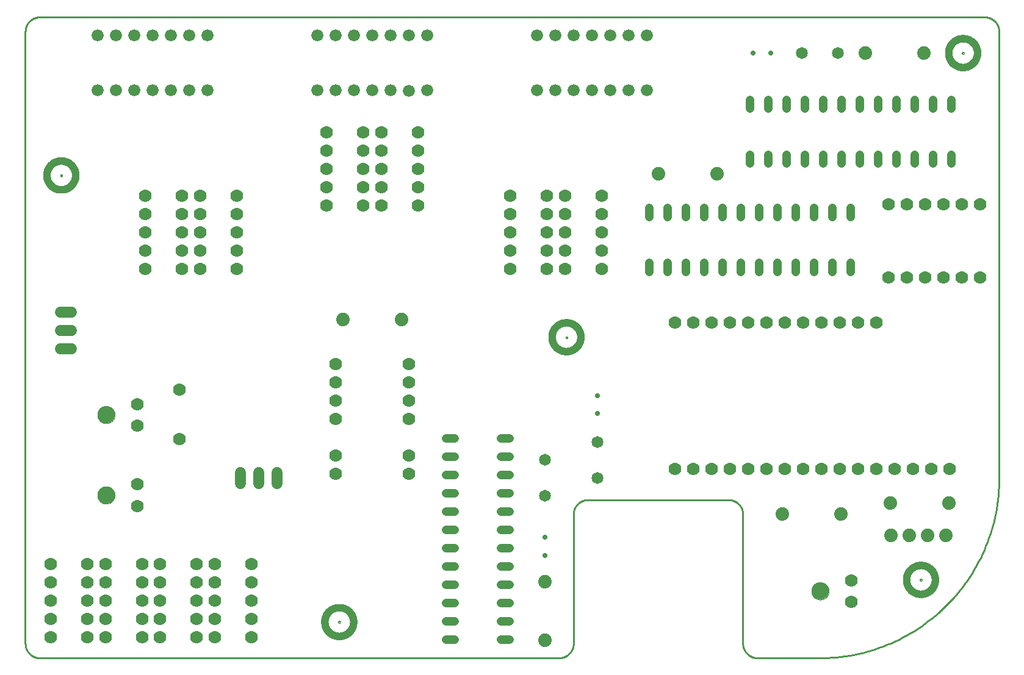
<source format=gts>
G04 EAGLE Gerber RS-274X export*
G75*
%MOMM*%
%FSLAX34Y34*%
%LPD*%
%INSolder Mask top*%
%IPPOS*%
%AMOC8*
5,1,8,0,0,1.08239X$1,22.5*%
G01*
%ADD10C,1.000000*%
%ADD11C,0.000000*%
%ADD12C,0.304800*%
%ADD13C,0.254000*%
%ADD14C,1.778000*%
%ADD15C,1.676400*%
%ADD16C,1.219200*%
%ADD17C,1.524000*%
%ADD18C,2.410000*%
%ADD19C,0.711200*%
%ADD20C,1.879600*%
%ADD21C,1.651000*%


D10*
X-451038Y225044D02*
X-451032Y225535D01*
X-451014Y226025D01*
X-450984Y226515D01*
X-450942Y227004D01*
X-450888Y227492D01*
X-450822Y227979D01*
X-450744Y228463D01*
X-450654Y228946D01*
X-450552Y229426D01*
X-450439Y229904D01*
X-450314Y230378D01*
X-450177Y230850D01*
X-450029Y231318D01*
X-449869Y231782D01*
X-449698Y232242D01*
X-449516Y232698D01*
X-449322Y233149D01*
X-449118Y233595D01*
X-448902Y234036D01*
X-448676Y234472D01*
X-448440Y234902D01*
X-448193Y235326D01*
X-447935Y235744D01*
X-447667Y236155D01*
X-447390Y236560D01*
X-447102Y236958D01*
X-446805Y237349D01*
X-446498Y237732D01*
X-446182Y238107D01*
X-445857Y238475D01*
X-445523Y238835D01*
X-445180Y239186D01*
X-444829Y239529D01*
X-444469Y239863D01*
X-444101Y240188D01*
X-443726Y240504D01*
X-443343Y240811D01*
X-442952Y241108D01*
X-442554Y241396D01*
X-442149Y241673D01*
X-441738Y241941D01*
X-441320Y242199D01*
X-440896Y242446D01*
X-440466Y242682D01*
X-440030Y242908D01*
X-439589Y243124D01*
X-439143Y243328D01*
X-438692Y243522D01*
X-438236Y243704D01*
X-437776Y243875D01*
X-437312Y244035D01*
X-436844Y244183D01*
X-436372Y244320D01*
X-435898Y244445D01*
X-435420Y244558D01*
X-434940Y244660D01*
X-434457Y244750D01*
X-433973Y244828D01*
X-433486Y244894D01*
X-432998Y244948D01*
X-432509Y244990D01*
X-432019Y245020D01*
X-431529Y245038D01*
X-431038Y245044D01*
X-430547Y245038D01*
X-430057Y245020D01*
X-429567Y244990D01*
X-429078Y244948D01*
X-428590Y244894D01*
X-428103Y244828D01*
X-427619Y244750D01*
X-427136Y244660D01*
X-426656Y244558D01*
X-426178Y244445D01*
X-425704Y244320D01*
X-425232Y244183D01*
X-424764Y244035D01*
X-424300Y243875D01*
X-423840Y243704D01*
X-423384Y243522D01*
X-422933Y243328D01*
X-422487Y243124D01*
X-422046Y242908D01*
X-421610Y242682D01*
X-421180Y242446D01*
X-420756Y242199D01*
X-420338Y241941D01*
X-419927Y241673D01*
X-419522Y241396D01*
X-419124Y241108D01*
X-418733Y240811D01*
X-418350Y240504D01*
X-417975Y240188D01*
X-417607Y239863D01*
X-417247Y239529D01*
X-416896Y239186D01*
X-416553Y238835D01*
X-416219Y238475D01*
X-415894Y238107D01*
X-415578Y237732D01*
X-415271Y237349D01*
X-414974Y236958D01*
X-414686Y236560D01*
X-414409Y236155D01*
X-414141Y235744D01*
X-413883Y235326D01*
X-413636Y234902D01*
X-413400Y234472D01*
X-413174Y234036D01*
X-412958Y233595D01*
X-412754Y233149D01*
X-412560Y232698D01*
X-412378Y232242D01*
X-412207Y231782D01*
X-412047Y231318D01*
X-411899Y230850D01*
X-411762Y230378D01*
X-411637Y229904D01*
X-411524Y229426D01*
X-411422Y228946D01*
X-411332Y228463D01*
X-411254Y227979D01*
X-411188Y227492D01*
X-411134Y227004D01*
X-411092Y226515D01*
X-411062Y226025D01*
X-411044Y225535D01*
X-411038Y225044D01*
X-411044Y224553D01*
X-411062Y224063D01*
X-411092Y223573D01*
X-411134Y223084D01*
X-411188Y222596D01*
X-411254Y222109D01*
X-411332Y221625D01*
X-411422Y221142D01*
X-411524Y220662D01*
X-411637Y220184D01*
X-411762Y219710D01*
X-411899Y219238D01*
X-412047Y218770D01*
X-412207Y218306D01*
X-412378Y217846D01*
X-412560Y217390D01*
X-412754Y216939D01*
X-412958Y216493D01*
X-413174Y216052D01*
X-413400Y215616D01*
X-413636Y215186D01*
X-413883Y214762D01*
X-414141Y214344D01*
X-414409Y213933D01*
X-414686Y213528D01*
X-414974Y213130D01*
X-415271Y212739D01*
X-415578Y212356D01*
X-415894Y211981D01*
X-416219Y211613D01*
X-416553Y211253D01*
X-416896Y210902D01*
X-417247Y210559D01*
X-417607Y210225D01*
X-417975Y209900D01*
X-418350Y209584D01*
X-418733Y209277D01*
X-419124Y208980D01*
X-419522Y208692D01*
X-419927Y208415D01*
X-420338Y208147D01*
X-420756Y207889D01*
X-421180Y207642D01*
X-421610Y207406D01*
X-422046Y207180D01*
X-422487Y206964D01*
X-422933Y206760D01*
X-423384Y206566D01*
X-423840Y206384D01*
X-424300Y206213D01*
X-424764Y206053D01*
X-425232Y205905D01*
X-425704Y205768D01*
X-426178Y205643D01*
X-426656Y205530D01*
X-427136Y205428D01*
X-427619Y205338D01*
X-428103Y205260D01*
X-428590Y205194D01*
X-429078Y205140D01*
X-429567Y205098D01*
X-430057Y205068D01*
X-430547Y205050D01*
X-431038Y205044D01*
X-431529Y205050D01*
X-432019Y205068D01*
X-432509Y205098D01*
X-432998Y205140D01*
X-433486Y205194D01*
X-433973Y205260D01*
X-434457Y205338D01*
X-434940Y205428D01*
X-435420Y205530D01*
X-435898Y205643D01*
X-436372Y205768D01*
X-436844Y205905D01*
X-437312Y206053D01*
X-437776Y206213D01*
X-438236Y206384D01*
X-438692Y206566D01*
X-439143Y206760D01*
X-439589Y206964D01*
X-440030Y207180D01*
X-440466Y207406D01*
X-440896Y207642D01*
X-441320Y207889D01*
X-441738Y208147D01*
X-442149Y208415D01*
X-442554Y208692D01*
X-442952Y208980D01*
X-443343Y209277D01*
X-443726Y209584D01*
X-444101Y209900D01*
X-444469Y210225D01*
X-444829Y210559D01*
X-445180Y210902D01*
X-445523Y211253D01*
X-445857Y211613D01*
X-446182Y211981D01*
X-446498Y212356D01*
X-446805Y212739D01*
X-447102Y213130D01*
X-447390Y213528D01*
X-447667Y213933D01*
X-447935Y214344D01*
X-448193Y214762D01*
X-448440Y215186D01*
X-448676Y215616D01*
X-448902Y216052D01*
X-449118Y216493D01*
X-449322Y216939D01*
X-449516Y217390D01*
X-449698Y217846D01*
X-449869Y218306D01*
X-450029Y218770D01*
X-450177Y219238D01*
X-450314Y219710D01*
X-450439Y220184D01*
X-450552Y220662D01*
X-450654Y221142D01*
X-450744Y221625D01*
X-450822Y222109D01*
X-450888Y222596D01*
X-450942Y223084D01*
X-450984Y223573D01*
X-451014Y224063D01*
X-451032Y224553D01*
X-451038Y225044D01*
X-65394Y-395034D02*
X-65388Y-394543D01*
X-65370Y-394053D01*
X-65340Y-393563D01*
X-65298Y-393074D01*
X-65244Y-392586D01*
X-65178Y-392099D01*
X-65100Y-391615D01*
X-65010Y-391132D01*
X-64908Y-390652D01*
X-64795Y-390174D01*
X-64670Y-389700D01*
X-64533Y-389228D01*
X-64385Y-388760D01*
X-64225Y-388296D01*
X-64054Y-387836D01*
X-63872Y-387380D01*
X-63678Y-386929D01*
X-63474Y-386483D01*
X-63258Y-386042D01*
X-63032Y-385606D01*
X-62796Y-385176D01*
X-62549Y-384752D01*
X-62291Y-384334D01*
X-62023Y-383923D01*
X-61746Y-383518D01*
X-61458Y-383120D01*
X-61161Y-382729D01*
X-60854Y-382346D01*
X-60538Y-381971D01*
X-60213Y-381603D01*
X-59879Y-381243D01*
X-59536Y-380892D01*
X-59185Y-380549D01*
X-58825Y-380215D01*
X-58457Y-379890D01*
X-58082Y-379574D01*
X-57699Y-379267D01*
X-57308Y-378970D01*
X-56910Y-378682D01*
X-56505Y-378405D01*
X-56094Y-378137D01*
X-55676Y-377879D01*
X-55252Y-377632D01*
X-54822Y-377396D01*
X-54386Y-377170D01*
X-53945Y-376954D01*
X-53499Y-376750D01*
X-53048Y-376556D01*
X-52592Y-376374D01*
X-52132Y-376203D01*
X-51668Y-376043D01*
X-51200Y-375895D01*
X-50728Y-375758D01*
X-50254Y-375633D01*
X-49776Y-375520D01*
X-49296Y-375418D01*
X-48813Y-375328D01*
X-48329Y-375250D01*
X-47842Y-375184D01*
X-47354Y-375130D01*
X-46865Y-375088D01*
X-46375Y-375058D01*
X-45885Y-375040D01*
X-45394Y-375034D01*
X-44903Y-375040D01*
X-44413Y-375058D01*
X-43923Y-375088D01*
X-43434Y-375130D01*
X-42946Y-375184D01*
X-42459Y-375250D01*
X-41975Y-375328D01*
X-41492Y-375418D01*
X-41012Y-375520D01*
X-40534Y-375633D01*
X-40060Y-375758D01*
X-39588Y-375895D01*
X-39120Y-376043D01*
X-38656Y-376203D01*
X-38196Y-376374D01*
X-37740Y-376556D01*
X-37289Y-376750D01*
X-36843Y-376954D01*
X-36402Y-377170D01*
X-35966Y-377396D01*
X-35536Y-377632D01*
X-35112Y-377879D01*
X-34694Y-378137D01*
X-34283Y-378405D01*
X-33878Y-378682D01*
X-33480Y-378970D01*
X-33089Y-379267D01*
X-32706Y-379574D01*
X-32331Y-379890D01*
X-31963Y-380215D01*
X-31603Y-380549D01*
X-31252Y-380892D01*
X-30909Y-381243D01*
X-30575Y-381603D01*
X-30250Y-381971D01*
X-29934Y-382346D01*
X-29627Y-382729D01*
X-29330Y-383120D01*
X-29042Y-383518D01*
X-28765Y-383923D01*
X-28497Y-384334D01*
X-28239Y-384752D01*
X-27992Y-385176D01*
X-27756Y-385606D01*
X-27530Y-386042D01*
X-27314Y-386483D01*
X-27110Y-386929D01*
X-26916Y-387380D01*
X-26734Y-387836D01*
X-26563Y-388296D01*
X-26403Y-388760D01*
X-26255Y-389228D01*
X-26118Y-389700D01*
X-25993Y-390174D01*
X-25880Y-390652D01*
X-25778Y-391132D01*
X-25688Y-391615D01*
X-25610Y-392099D01*
X-25544Y-392586D01*
X-25490Y-393074D01*
X-25448Y-393563D01*
X-25418Y-394053D01*
X-25400Y-394543D01*
X-25394Y-395034D01*
X-25400Y-395525D01*
X-25418Y-396015D01*
X-25448Y-396505D01*
X-25490Y-396994D01*
X-25544Y-397482D01*
X-25610Y-397969D01*
X-25688Y-398453D01*
X-25778Y-398936D01*
X-25880Y-399416D01*
X-25993Y-399894D01*
X-26118Y-400368D01*
X-26255Y-400840D01*
X-26403Y-401308D01*
X-26563Y-401772D01*
X-26734Y-402232D01*
X-26916Y-402688D01*
X-27110Y-403139D01*
X-27314Y-403585D01*
X-27530Y-404026D01*
X-27756Y-404462D01*
X-27992Y-404892D01*
X-28239Y-405316D01*
X-28497Y-405734D01*
X-28765Y-406145D01*
X-29042Y-406550D01*
X-29330Y-406948D01*
X-29627Y-407339D01*
X-29934Y-407722D01*
X-30250Y-408097D01*
X-30575Y-408465D01*
X-30909Y-408825D01*
X-31252Y-409176D01*
X-31603Y-409519D01*
X-31963Y-409853D01*
X-32331Y-410178D01*
X-32706Y-410494D01*
X-33089Y-410801D01*
X-33480Y-411098D01*
X-33878Y-411386D01*
X-34283Y-411663D01*
X-34694Y-411931D01*
X-35112Y-412189D01*
X-35536Y-412436D01*
X-35966Y-412672D01*
X-36402Y-412898D01*
X-36843Y-413114D01*
X-37289Y-413318D01*
X-37740Y-413512D01*
X-38196Y-413694D01*
X-38656Y-413865D01*
X-39120Y-414025D01*
X-39588Y-414173D01*
X-40060Y-414310D01*
X-40534Y-414435D01*
X-41012Y-414548D01*
X-41492Y-414650D01*
X-41975Y-414740D01*
X-42459Y-414818D01*
X-42946Y-414884D01*
X-43434Y-414938D01*
X-43923Y-414980D01*
X-44413Y-415010D01*
X-44903Y-415028D01*
X-45394Y-415034D01*
X-45885Y-415028D01*
X-46375Y-415010D01*
X-46865Y-414980D01*
X-47354Y-414938D01*
X-47842Y-414884D01*
X-48329Y-414818D01*
X-48813Y-414740D01*
X-49296Y-414650D01*
X-49776Y-414548D01*
X-50254Y-414435D01*
X-50728Y-414310D01*
X-51200Y-414173D01*
X-51668Y-414025D01*
X-52132Y-413865D01*
X-52592Y-413694D01*
X-53048Y-413512D01*
X-53499Y-413318D01*
X-53945Y-413114D01*
X-54386Y-412898D01*
X-54822Y-412672D01*
X-55252Y-412436D01*
X-55676Y-412189D01*
X-56094Y-411931D01*
X-56505Y-411663D01*
X-56910Y-411386D01*
X-57308Y-411098D01*
X-57699Y-410801D01*
X-58082Y-410494D01*
X-58457Y-410178D01*
X-58825Y-409853D01*
X-59185Y-409519D01*
X-59536Y-409176D01*
X-59879Y-408825D01*
X-60213Y-408465D01*
X-60538Y-408097D01*
X-60854Y-407722D01*
X-61161Y-407339D01*
X-61458Y-406948D01*
X-61746Y-406550D01*
X-62023Y-406145D01*
X-62291Y-405734D01*
X-62549Y-405316D01*
X-62796Y-404892D01*
X-63032Y-404462D01*
X-63258Y-404026D01*
X-63474Y-403585D01*
X-63678Y-403139D01*
X-63872Y-402688D01*
X-64054Y-402232D01*
X-64225Y-401772D01*
X-64385Y-401308D01*
X-64533Y-400840D01*
X-64670Y-400368D01*
X-64795Y-399894D01*
X-64908Y-399416D01*
X-65010Y-398936D01*
X-65100Y-398453D01*
X-65178Y-397969D01*
X-65244Y-397482D01*
X-65298Y-396994D01*
X-65340Y-396505D01*
X-65370Y-396015D01*
X-65388Y-395525D01*
X-65394Y-395034D01*
X800114Y394948D02*
X800120Y395439D01*
X800138Y395929D01*
X800168Y396419D01*
X800210Y396908D01*
X800264Y397396D01*
X800330Y397883D01*
X800408Y398367D01*
X800498Y398850D01*
X800600Y399330D01*
X800713Y399808D01*
X800838Y400282D01*
X800975Y400754D01*
X801123Y401222D01*
X801283Y401686D01*
X801454Y402146D01*
X801636Y402602D01*
X801830Y403053D01*
X802034Y403499D01*
X802250Y403940D01*
X802476Y404376D01*
X802712Y404806D01*
X802959Y405230D01*
X803217Y405648D01*
X803485Y406059D01*
X803762Y406464D01*
X804050Y406862D01*
X804347Y407253D01*
X804654Y407636D01*
X804970Y408011D01*
X805295Y408379D01*
X805629Y408739D01*
X805972Y409090D01*
X806323Y409433D01*
X806683Y409767D01*
X807051Y410092D01*
X807426Y410408D01*
X807809Y410715D01*
X808200Y411012D01*
X808598Y411300D01*
X809003Y411577D01*
X809414Y411845D01*
X809832Y412103D01*
X810256Y412350D01*
X810686Y412586D01*
X811122Y412812D01*
X811563Y413028D01*
X812009Y413232D01*
X812460Y413426D01*
X812916Y413608D01*
X813376Y413779D01*
X813840Y413939D01*
X814308Y414087D01*
X814780Y414224D01*
X815254Y414349D01*
X815732Y414462D01*
X816212Y414564D01*
X816695Y414654D01*
X817179Y414732D01*
X817666Y414798D01*
X818154Y414852D01*
X818643Y414894D01*
X819133Y414924D01*
X819623Y414942D01*
X820114Y414948D01*
X820605Y414942D01*
X821095Y414924D01*
X821585Y414894D01*
X822074Y414852D01*
X822562Y414798D01*
X823049Y414732D01*
X823533Y414654D01*
X824016Y414564D01*
X824496Y414462D01*
X824974Y414349D01*
X825448Y414224D01*
X825920Y414087D01*
X826388Y413939D01*
X826852Y413779D01*
X827312Y413608D01*
X827768Y413426D01*
X828219Y413232D01*
X828665Y413028D01*
X829106Y412812D01*
X829542Y412586D01*
X829972Y412350D01*
X830396Y412103D01*
X830814Y411845D01*
X831225Y411577D01*
X831630Y411300D01*
X832028Y411012D01*
X832419Y410715D01*
X832802Y410408D01*
X833177Y410092D01*
X833545Y409767D01*
X833905Y409433D01*
X834256Y409090D01*
X834599Y408739D01*
X834933Y408379D01*
X835258Y408011D01*
X835574Y407636D01*
X835881Y407253D01*
X836178Y406862D01*
X836466Y406464D01*
X836743Y406059D01*
X837011Y405648D01*
X837269Y405230D01*
X837516Y404806D01*
X837752Y404376D01*
X837978Y403940D01*
X838194Y403499D01*
X838398Y403053D01*
X838592Y402602D01*
X838774Y402146D01*
X838945Y401686D01*
X839105Y401222D01*
X839253Y400754D01*
X839390Y400282D01*
X839515Y399808D01*
X839628Y399330D01*
X839730Y398850D01*
X839820Y398367D01*
X839898Y397883D01*
X839964Y397396D01*
X840018Y396908D01*
X840060Y396419D01*
X840090Y395929D01*
X840108Y395439D01*
X840114Y394948D01*
X840108Y394457D01*
X840090Y393967D01*
X840060Y393477D01*
X840018Y392988D01*
X839964Y392500D01*
X839898Y392013D01*
X839820Y391529D01*
X839730Y391046D01*
X839628Y390566D01*
X839515Y390088D01*
X839390Y389614D01*
X839253Y389142D01*
X839105Y388674D01*
X838945Y388210D01*
X838774Y387750D01*
X838592Y387294D01*
X838398Y386843D01*
X838194Y386397D01*
X837978Y385956D01*
X837752Y385520D01*
X837516Y385090D01*
X837269Y384666D01*
X837011Y384248D01*
X836743Y383837D01*
X836466Y383432D01*
X836178Y383034D01*
X835881Y382643D01*
X835574Y382260D01*
X835258Y381885D01*
X834933Y381517D01*
X834599Y381157D01*
X834256Y380806D01*
X833905Y380463D01*
X833545Y380129D01*
X833177Y379804D01*
X832802Y379488D01*
X832419Y379181D01*
X832028Y378884D01*
X831630Y378596D01*
X831225Y378319D01*
X830814Y378051D01*
X830396Y377793D01*
X829972Y377546D01*
X829542Y377310D01*
X829106Y377084D01*
X828665Y376868D01*
X828219Y376664D01*
X827768Y376470D01*
X827312Y376288D01*
X826852Y376117D01*
X826388Y375957D01*
X825920Y375809D01*
X825448Y375672D01*
X824974Y375547D01*
X824496Y375434D01*
X824016Y375332D01*
X823533Y375242D01*
X823049Y375164D01*
X822562Y375098D01*
X822074Y375044D01*
X821585Y375002D01*
X821095Y374972D01*
X820605Y374954D01*
X820114Y374948D01*
X819623Y374954D01*
X819133Y374972D01*
X818643Y375002D01*
X818154Y375044D01*
X817666Y375098D01*
X817179Y375164D01*
X816695Y375242D01*
X816212Y375332D01*
X815732Y375434D01*
X815254Y375547D01*
X814780Y375672D01*
X814308Y375809D01*
X813840Y375957D01*
X813376Y376117D01*
X812916Y376288D01*
X812460Y376470D01*
X812009Y376664D01*
X811563Y376868D01*
X811122Y377084D01*
X810686Y377310D01*
X810256Y377546D01*
X809832Y377793D01*
X809414Y378051D01*
X809003Y378319D01*
X808598Y378596D01*
X808200Y378884D01*
X807809Y379181D01*
X807426Y379488D01*
X807051Y379804D01*
X806683Y380129D01*
X806323Y380463D01*
X805972Y380806D01*
X805629Y381157D01*
X805295Y381517D01*
X804970Y381885D01*
X804654Y382260D01*
X804347Y382643D01*
X804050Y383034D01*
X803762Y383432D01*
X803485Y383837D01*
X803217Y384248D01*
X802959Y384666D01*
X802712Y385090D01*
X802476Y385520D01*
X802250Y385956D01*
X802034Y386397D01*
X801830Y386843D01*
X801636Y387294D01*
X801454Y387750D01*
X801283Y388210D01*
X801123Y388674D01*
X800975Y389142D01*
X800838Y389614D01*
X800713Y390088D01*
X800600Y390566D01*
X800498Y391046D01*
X800408Y391529D01*
X800330Y392013D01*
X800264Y392500D01*
X800210Y392988D01*
X800168Y393477D01*
X800138Y393967D01*
X800120Y394457D01*
X800114Y394948D01*
D11*
X-46874Y-395000D02*
X-46872Y-394922D01*
X-46866Y-394845D01*
X-46856Y-394767D01*
X-46842Y-394691D01*
X-46825Y-394615D01*
X-46803Y-394540D01*
X-46778Y-394467D01*
X-46749Y-394394D01*
X-46716Y-394324D01*
X-46679Y-394255D01*
X-46640Y-394188D01*
X-46597Y-394123D01*
X-46550Y-394061D01*
X-46501Y-394001D01*
X-46448Y-393943D01*
X-46393Y-393889D01*
X-46335Y-393837D01*
X-46274Y-393788D01*
X-46211Y-393742D01*
X-46145Y-393700D01*
X-46078Y-393661D01*
X-46009Y-393626D01*
X-45938Y-393594D01*
X-45865Y-393566D01*
X-45791Y-393541D01*
X-45716Y-393521D01*
X-45640Y-393504D01*
X-45563Y-393491D01*
X-45486Y-393482D01*
X-45408Y-393477D01*
X-45331Y-393476D01*
X-45253Y-393479D01*
X-45175Y-393486D01*
X-45098Y-393497D01*
X-45022Y-393512D01*
X-44946Y-393530D01*
X-44872Y-393553D01*
X-44798Y-393579D01*
X-44727Y-393609D01*
X-44656Y-393643D01*
X-44588Y-393680D01*
X-44522Y-393721D01*
X-44457Y-393765D01*
X-44395Y-393812D01*
X-44336Y-393862D01*
X-44279Y-393916D01*
X-44225Y-393972D01*
X-44174Y-394030D01*
X-44126Y-394092D01*
X-44081Y-394155D01*
X-44040Y-394221D01*
X-44002Y-394289D01*
X-43967Y-394359D01*
X-43936Y-394430D01*
X-43909Y-394503D01*
X-43886Y-394577D01*
X-43866Y-394653D01*
X-43850Y-394729D01*
X-43838Y-394806D01*
X-43830Y-394883D01*
X-43826Y-394961D01*
X-43826Y-395039D01*
X-43830Y-395117D01*
X-43838Y-395194D01*
X-43850Y-395271D01*
X-43866Y-395347D01*
X-43886Y-395423D01*
X-43909Y-395497D01*
X-43936Y-395570D01*
X-43967Y-395641D01*
X-44002Y-395711D01*
X-44040Y-395779D01*
X-44081Y-395845D01*
X-44126Y-395908D01*
X-44174Y-395970D01*
X-44225Y-396028D01*
X-44279Y-396084D01*
X-44336Y-396138D01*
X-44395Y-396188D01*
X-44457Y-396235D01*
X-44522Y-396279D01*
X-44588Y-396320D01*
X-44656Y-396357D01*
X-44727Y-396391D01*
X-44798Y-396421D01*
X-44872Y-396447D01*
X-44946Y-396470D01*
X-45022Y-396488D01*
X-45098Y-396503D01*
X-45175Y-396514D01*
X-45253Y-396521D01*
X-45331Y-396524D01*
X-45408Y-396523D01*
X-45486Y-396518D01*
X-45563Y-396509D01*
X-45640Y-396496D01*
X-45716Y-396479D01*
X-45791Y-396459D01*
X-45865Y-396434D01*
X-45938Y-396406D01*
X-46009Y-396374D01*
X-46078Y-396339D01*
X-46145Y-396300D01*
X-46211Y-396258D01*
X-46274Y-396212D01*
X-46335Y-396163D01*
X-46393Y-396111D01*
X-46448Y-396057D01*
X-46501Y-395999D01*
X-46550Y-395939D01*
X-46597Y-395877D01*
X-46640Y-395812D01*
X-46679Y-395745D01*
X-46716Y-395676D01*
X-46749Y-395606D01*
X-46778Y-395533D01*
X-46803Y-395460D01*
X-46825Y-395385D01*
X-46842Y-395309D01*
X-46856Y-395233D01*
X-46866Y-395155D01*
X-46872Y-395078D01*
X-46874Y-395000D01*
D12*
X-45350Y-395000D03*
D11*
X759896Y-336420D02*
X759898Y-336342D01*
X759904Y-336265D01*
X759914Y-336187D01*
X759928Y-336111D01*
X759945Y-336035D01*
X759967Y-335960D01*
X759992Y-335887D01*
X760021Y-335814D01*
X760054Y-335744D01*
X760091Y-335675D01*
X760130Y-335608D01*
X760173Y-335543D01*
X760220Y-335481D01*
X760269Y-335421D01*
X760322Y-335363D01*
X760377Y-335309D01*
X760435Y-335257D01*
X760496Y-335208D01*
X760559Y-335162D01*
X760625Y-335120D01*
X760692Y-335081D01*
X760761Y-335046D01*
X760832Y-335014D01*
X760905Y-334986D01*
X760979Y-334961D01*
X761054Y-334941D01*
X761130Y-334924D01*
X761207Y-334911D01*
X761284Y-334902D01*
X761362Y-334897D01*
X761439Y-334896D01*
X761517Y-334899D01*
X761595Y-334906D01*
X761672Y-334917D01*
X761748Y-334932D01*
X761824Y-334950D01*
X761898Y-334973D01*
X761972Y-334999D01*
X762043Y-335029D01*
X762114Y-335063D01*
X762182Y-335100D01*
X762248Y-335141D01*
X762313Y-335185D01*
X762375Y-335232D01*
X762434Y-335282D01*
X762491Y-335336D01*
X762545Y-335392D01*
X762596Y-335450D01*
X762644Y-335512D01*
X762689Y-335575D01*
X762730Y-335641D01*
X762768Y-335709D01*
X762803Y-335779D01*
X762834Y-335850D01*
X762861Y-335923D01*
X762884Y-335997D01*
X762904Y-336073D01*
X762920Y-336149D01*
X762932Y-336226D01*
X762940Y-336303D01*
X762944Y-336381D01*
X762944Y-336459D01*
X762940Y-336537D01*
X762932Y-336614D01*
X762920Y-336691D01*
X762904Y-336767D01*
X762884Y-336843D01*
X762861Y-336917D01*
X762834Y-336990D01*
X762803Y-337061D01*
X762768Y-337131D01*
X762730Y-337199D01*
X762689Y-337265D01*
X762644Y-337328D01*
X762596Y-337390D01*
X762545Y-337448D01*
X762491Y-337504D01*
X762434Y-337558D01*
X762375Y-337608D01*
X762313Y-337655D01*
X762248Y-337699D01*
X762182Y-337740D01*
X762114Y-337777D01*
X762043Y-337811D01*
X761972Y-337841D01*
X761898Y-337867D01*
X761824Y-337890D01*
X761748Y-337908D01*
X761672Y-337923D01*
X761595Y-337934D01*
X761517Y-337941D01*
X761439Y-337944D01*
X761362Y-337943D01*
X761284Y-337938D01*
X761207Y-337929D01*
X761130Y-337916D01*
X761054Y-337899D01*
X760979Y-337879D01*
X760905Y-337854D01*
X760832Y-337826D01*
X760761Y-337794D01*
X760692Y-337759D01*
X760625Y-337720D01*
X760559Y-337678D01*
X760496Y-337632D01*
X760435Y-337583D01*
X760377Y-337531D01*
X760322Y-337477D01*
X760269Y-337419D01*
X760220Y-337359D01*
X760173Y-337297D01*
X760130Y-337232D01*
X760091Y-337165D01*
X760054Y-337096D01*
X760021Y-337026D01*
X759992Y-336953D01*
X759967Y-336880D01*
X759945Y-336805D01*
X759928Y-336729D01*
X759914Y-336653D01*
X759904Y-336575D01*
X759898Y-336498D01*
X759896Y-336420D01*
D12*
X761420Y-336420D03*
D11*
X268476Y0D02*
X268478Y78D01*
X268484Y155D01*
X268494Y233D01*
X268508Y309D01*
X268525Y385D01*
X268547Y460D01*
X268572Y533D01*
X268601Y606D01*
X268634Y676D01*
X268671Y745D01*
X268710Y812D01*
X268753Y877D01*
X268800Y939D01*
X268849Y999D01*
X268902Y1057D01*
X268957Y1111D01*
X269015Y1163D01*
X269076Y1212D01*
X269139Y1258D01*
X269205Y1300D01*
X269272Y1339D01*
X269341Y1374D01*
X269412Y1406D01*
X269485Y1434D01*
X269559Y1459D01*
X269634Y1479D01*
X269710Y1496D01*
X269787Y1509D01*
X269864Y1518D01*
X269942Y1523D01*
X270019Y1524D01*
X270097Y1521D01*
X270175Y1514D01*
X270252Y1503D01*
X270328Y1488D01*
X270404Y1470D01*
X270478Y1447D01*
X270552Y1421D01*
X270623Y1391D01*
X270694Y1357D01*
X270762Y1320D01*
X270828Y1279D01*
X270893Y1235D01*
X270955Y1188D01*
X271014Y1138D01*
X271071Y1084D01*
X271125Y1028D01*
X271176Y970D01*
X271224Y908D01*
X271269Y845D01*
X271310Y779D01*
X271348Y711D01*
X271383Y641D01*
X271414Y570D01*
X271441Y497D01*
X271464Y423D01*
X271484Y347D01*
X271500Y271D01*
X271512Y194D01*
X271520Y117D01*
X271524Y39D01*
X271524Y-39D01*
X271520Y-117D01*
X271512Y-194D01*
X271500Y-271D01*
X271484Y-347D01*
X271464Y-423D01*
X271441Y-497D01*
X271414Y-570D01*
X271383Y-641D01*
X271348Y-711D01*
X271310Y-779D01*
X271269Y-845D01*
X271224Y-908D01*
X271176Y-970D01*
X271125Y-1028D01*
X271071Y-1084D01*
X271014Y-1138D01*
X270955Y-1188D01*
X270893Y-1235D01*
X270828Y-1279D01*
X270762Y-1320D01*
X270694Y-1357D01*
X270623Y-1391D01*
X270552Y-1421D01*
X270478Y-1447D01*
X270404Y-1470D01*
X270328Y-1488D01*
X270252Y-1503D01*
X270175Y-1514D01*
X270097Y-1521D01*
X270019Y-1524D01*
X269942Y-1523D01*
X269864Y-1518D01*
X269787Y-1509D01*
X269710Y-1496D01*
X269634Y-1479D01*
X269559Y-1459D01*
X269485Y-1434D01*
X269412Y-1406D01*
X269341Y-1374D01*
X269272Y-1339D01*
X269205Y-1300D01*
X269139Y-1258D01*
X269076Y-1212D01*
X269015Y-1163D01*
X268957Y-1111D01*
X268902Y-1057D01*
X268849Y-999D01*
X268800Y-939D01*
X268753Y-877D01*
X268710Y-812D01*
X268671Y-745D01*
X268634Y-676D01*
X268601Y-606D01*
X268572Y-533D01*
X268547Y-460D01*
X268525Y-385D01*
X268508Y-309D01*
X268494Y-233D01*
X268484Y-155D01*
X268478Y-78D01*
X268476Y0D01*
D12*
X270000Y0D03*
D11*
X-432544Y225000D02*
X-432542Y225078D01*
X-432536Y225155D01*
X-432526Y225233D01*
X-432512Y225309D01*
X-432495Y225385D01*
X-432473Y225460D01*
X-432448Y225533D01*
X-432419Y225606D01*
X-432386Y225676D01*
X-432349Y225745D01*
X-432310Y225812D01*
X-432267Y225877D01*
X-432220Y225939D01*
X-432171Y225999D01*
X-432118Y226057D01*
X-432063Y226111D01*
X-432005Y226163D01*
X-431944Y226212D01*
X-431881Y226258D01*
X-431815Y226300D01*
X-431748Y226339D01*
X-431679Y226374D01*
X-431608Y226406D01*
X-431535Y226434D01*
X-431461Y226459D01*
X-431386Y226479D01*
X-431310Y226496D01*
X-431233Y226509D01*
X-431156Y226518D01*
X-431078Y226523D01*
X-431001Y226524D01*
X-430923Y226521D01*
X-430845Y226514D01*
X-430768Y226503D01*
X-430692Y226488D01*
X-430616Y226470D01*
X-430542Y226447D01*
X-430468Y226421D01*
X-430397Y226391D01*
X-430326Y226357D01*
X-430258Y226320D01*
X-430192Y226279D01*
X-430127Y226235D01*
X-430065Y226188D01*
X-430006Y226138D01*
X-429949Y226084D01*
X-429895Y226028D01*
X-429844Y225970D01*
X-429796Y225908D01*
X-429751Y225845D01*
X-429710Y225779D01*
X-429672Y225711D01*
X-429637Y225641D01*
X-429606Y225570D01*
X-429579Y225497D01*
X-429556Y225423D01*
X-429536Y225347D01*
X-429520Y225271D01*
X-429508Y225194D01*
X-429500Y225117D01*
X-429496Y225039D01*
X-429496Y224961D01*
X-429500Y224883D01*
X-429508Y224806D01*
X-429520Y224729D01*
X-429536Y224653D01*
X-429556Y224577D01*
X-429579Y224503D01*
X-429606Y224430D01*
X-429637Y224359D01*
X-429672Y224289D01*
X-429710Y224221D01*
X-429751Y224155D01*
X-429796Y224092D01*
X-429844Y224030D01*
X-429895Y223972D01*
X-429949Y223916D01*
X-430006Y223862D01*
X-430065Y223812D01*
X-430127Y223765D01*
X-430192Y223721D01*
X-430258Y223680D01*
X-430326Y223643D01*
X-430397Y223609D01*
X-430468Y223579D01*
X-430542Y223553D01*
X-430616Y223530D01*
X-430692Y223512D01*
X-430768Y223497D01*
X-430845Y223486D01*
X-430923Y223479D01*
X-431001Y223476D01*
X-431078Y223477D01*
X-431156Y223482D01*
X-431233Y223491D01*
X-431310Y223504D01*
X-431386Y223521D01*
X-431461Y223541D01*
X-431535Y223566D01*
X-431608Y223594D01*
X-431679Y223626D01*
X-431748Y223661D01*
X-431815Y223700D01*
X-431881Y223742D01*
X-431944Y223788D01*
X-432005Y223837D01*
X-432063Y223889D01*
X-432118Y223943D01*
X-432171Y224001D01*
X-432220Y224061D01*
X-432267Y224123D01*
X-432310Y224188D01*
X-432349Y224255D01*
X-432386Y224324D01*
X-432419Y224394D01*
X-432448Y224467D01*
X-432473Y224540D01*
X-432495Y224615D01*
X-432512Y224691D01*
X-432526Y224767D01*
X-432536Y224845D01*
X-432542Y224922D01*
X-432544Y225000D01*
D12*
X-431020Y225000D03*
D11*
X818476Y395000D02*
X818478Y395078D01*
X818484Y395155D01*
X818494Y395233D01*
X818508Y395309D01*
X818525Y395385D01*
X818547Y395460D01*
X818572Y395533D01*
X818601Y395606D01*
X818634Y395676D01*
X818671Y395745D01*
X818710Y395812D01*
X818753Y395877D01*
X818800Y395939D01*
X818849Y395999D01*
X818902Y396057D01*
X818957Y396111D01*
X819015Y396163D01*
X819076Y396212D01*
X819139Y396258D01*
X819205Y396300D01*
X819272Y396339D01*
X819341Y396374D01*
X819412Y396406D01*
X819485Y396434D01*
X819559Y396459D01*
X819634Y396479D01*
X819710Y396496D01*
X819787Y396509D01*
X819864Y396518D01*
X819942Y396523D01*
X820019Y396524D01*
X820097Y396521D01*
X820175Y396514D01*
X820252Y396503D01*
X820328Y396488D01*
X820404Y396470D01*
X820478Y396447D01*
X820552Y396421D01*
X820623Y396391D01*
X820694Y396357D01*
X820762Y396320D01*
X820828Y396279D01*
X820893Y396235D01*
X820955Y396188D01*
X821014Y396138D01*
X821071Y396084D01*
X821125Y396028D01*
X821176Y395970D01*
X821224Y395908D01*
X821269Y395845D01*
X821310Y395779D01*
X821348Y395711D01*
X821383Y395641D01*
X821414Y395570D01*
X821441Y395497D01*
X821464Y395423D01*
X821484Y395347D01*
X821500Y395271D01*
X821512Y395194D01*
X821520Y395117D01*
X821524Y395039D01*
X821524Y394961D01*
X821520Y394883D01*
X821512Y394806D01*
X821500Y394729D01*
X821484Y394653D01*
X821464Y394577D01*
X821441Y394503D01*
X821414Y394430D01*
X821383Y394359D01*
X821348Y394289D01*
X821310Y394221D01*
X821269Y394155D01*
X821224Y394092D01*
X821176Y394030D01*
X821125Y393972D01*
X821071Y393916D01*
X821014Y393862D01*
X820955Y393812D01*
X820893Y393765D01*
X820828Y393721D01*
X820762Y393680D01*
X820694Y393643D01*
X820623Y393609D01*
X820552Y393579D01*
X820478Y393553D01*
X820404Y393530D01*
X820328Y393512D01*
X820252Y393497D01*
X820175Y393486D01*
X820097Y393479D01*
X820019Y393476D01*
X819942Y393477D01*
X819864Y393482D01*
X819787Y393491D01*
X819710Y393504D01*
X819634Y393521D01*
X819559Y393541D01*
X819485Y393566D01*
X819412Y393594D01*
X819341Y393626D01*
X819272Y393661D01*
X819205Y393700D01*
X819139Y393742D01*
X819076Y393788D01*
X819015Y393837D01*
X818957Y393889D01*
X818902Y393943D01*
X818849Y394001D01*
X818800Y394061D01*
X818753Y394123D01*
X818710Y394188D01*
X818671Y394255D01*
X818634Y394324D01*
X818601Y394394D01*
X818572Y394467D01*
X818547Y394540D01*
X818525Y394615D01*
X818508Y394691D01*
X818494Y394767D01*
X818484Y394845D01*
X818478Y394922D01*
X818476Y395000D01*
D12*
X820000Y395000D03*
D13*
X-481020Y424680D02*
X-481020Y-424680D01*
X-481014Y-425171D01*
X-480996Y-425662D01*
X-480967Y-426152D01*
X-480925Y-426641D01*
X-480872Y-427129D01*
X-480807Y-427616D01*
X-480730Y-428101D01*
X-480641Y-428584D01*
X-480541Y-429065D01*
X-480430Y-429543D01*
X-480306Y-430018D01*
X-480172Y-430490D01*
X-480025Y-430959D01*
X-479868Y-431424D01*
X-479700Y-431886D01*
X-479520Y-432343D01*
X-479329Y-432795D01*
X-479128Y-433243D01*
X-478915Y-433686D01*
X-478692Y-434123D01*
X-478459Y-434555D01*
X-478215Y-434981D01*
X-477961Y-435402D01*
X-477697Y-435816D01*
X-477423Y-436223D01*
X-477139Y-436624D01*
X-476846Y-437018D01*
X-476543Y-437404D01*
X-476231Y-437783D01*
X-475910Y-438155D01*
X-475580Y-438518D01*
X-475241Y-438874D01*
X-474894Y-439221D01*
X-474538Y-439560D01*
X-474175Y-439890D01*
X-473803Y-440211D01*
X-473424Y-440523D01*
X-473038Y-440826D01*
X-472644Y-441119D01*
X-472243Y-441403D01*
X-471836Y-441677D01*
X-471422Y-441941D01*
X-471001Y-442195D01*
X-470575Y-442439D01*
X-470143Y-442672D01*
X-469706Y-442895D01*
X-469263Y-443108D01*
X-468815Y-443309D01*
X-468363Y-443500D01*
X-467906Y-443680D01*
X-467444Y-443848D01*
X-466979Y-444005D01*
X-466510Y-444152D01*
X-466038Y-444286D01*
X-465563Y-444410D01*
X-465085Y-444521D01*
X-464604Y-444621D01*
X-464121Y-444710D01*
X-463636Y-444787D01*
X-463149Y-444852D01*
X-462661Y-444905D01*
X-462172Y-444947D01*
X-461682Y-444976D01*
X-461191Y-444994D01*
X-460700Y-445000D01*
X259180Y-445000D01*
X259671Y-444994D01*
X260162Y-444976D01*
X260652Y-444947D01*
X261141Y-444905D01*
X261629Y-444852D01*
X262116Y-444787D01*
X262601Y-444710D01*
X263084Y-444621D01*
X263565Y-444521D01*
X264043Y-444410D01*
X264518Y-444286D01*
X264990Y-444152D01*
X265459Y-444005D01*
X265924Y-443848D01*
X266386Y-443680D01*
X266843Y-443500D01*
X267295Y-443309D01*
X267743Y-443108D01*
X268186Y-442895D01*
X268623Y-442672D01*
X269055Y-442439D01*
X269481Y-442195D01*
X269902Y-441941D01*
X270316Y-441677D01*
X270723Y-441403D01*
X271124Y-441119D01*
X271518Y-440826D01*
X271904Y-440523D01*
X272283Y-440211D01*
X272655Y-439890D01*
X273018Y-439560D01*
X273374Y-439221D01*
X273721Y-438874D01*
X274060Y-438518D01*
X274390Y-438155D01*
X274711Y-437783D01*
X275023Y-437404D01*
X275326Y-437018D01*
X275619Y-436624D01*
X275903Y-436223D01*
X276177Y-435816D01*
X276441Y-435402D01*
X276695Y-434981D01*
X276939Y-434555D01*
X277172Y-434123D01*
X277395Y-433686D01*
X277608Y-433243D01*
X277809Y-432795D01*
X278000Y-432343D01*
X278180Y-431886D01*
X278348Y-431424D01*
X278505Y-430959D01*
X278652Y-430490D01*
X278786Y-430018D01*
X278910Y-429543D01*
X279021Y-429065D01*
X279121Y-428584D01*
X279210Y-428101D01*
X279287Y-427616D01*
X279352Y-427129D01*
X279405Y-426641D01*
X279447Y-426152D01*
X279476Y-425662D01*
X279494Y-425171D01*
X279500Y-424680D01*
X279500Y-245534D01*
X279506Y-245043D01*
X279524Y-244552D01*
X279553Y-244062D01*
X279595Y-243573D01*
X279648Y-243085D01*
X279713Y-242598D01*
X279790Y-242113D01*
X279879Y-241630D01*
X279979Y-241149D01*
X280090Y-240671D01*
X280214Y-240196D01*
X280348Y-239724D01*
X280495Y-239255D01*
X280652Y-238790D01*
X280820Y-238328D01*
X281000Y-237871D01*
X281191Y-237419D01*
X281392Y-236971D01*
X281605Y-236528D01*
X281828Y-236091D01*
X282061Y-235659D01*
X282305Y-235233D01*
X282559Y-234812D01*
X282823Y-234398D01*
X283097Y-233991D01*
X283381Y-233590D01*
X283674Y-233196D01*
X283977Y-232810D01*
X284289Y-232431D01*
X284610Y-232059D01*
X284940Y-231696D01*
X285279Y-231340D01*
X285626Y-230993D01*
X285982Y-230654D01*
X286345Y-230324D01*
X286717Y-230003D01*
X287096Y-229691D01*
X287482Y-229388D01*
X287876Y-229095D01*
X288277Y-228811D01*
X288684Y-228537D01*
X289098Y-228273D01*
X289519Y-228019D01*
X289945Y-227775D01*
X290377Y-227542D01*
X290814Y-227319D01*
X291257Y-227106D01*
X291705Y-226905D01*
X292157Y-226714D01*
X292614Y-226534D01*
X293076Y-226366D01*
X293541Y-226209D01*
X294010Y-226062D01*
X294482Y-225928D01*
X294957Y-225804D01*
X295435Y-225693D01*
X295916Y-225593D01*
X296399Y-225504D01*
X296884Y-225427D01*
X297371Y-225362D01*
X297859Y-225309D01*
X298348Y-225267D01*
X298838Y-225238D01*
X299329Y-225220D01*
X299820Y-225214D01*
X494180Y-225214D01*
X494671Y-225220D01*
X495162Y-225238D01*
X495652Y-225267D01*
X496141Y-225309D01*
X496629Y-225362D01*
X497116Y-225427D01*
X497601Y-225504D01*
X498084Y-225593D01*
X498565Y-225693D01*
X499043Y-225804D01*
X499518Y-225928D01*
X499990Y-226062D01*
X500459Y-226209D01*
X500924Y-226366D01*
X501386Y-226534D01*
X501843Y-226714D01*
X502295Y-226905D01*
X502743Y-227106D01*
X503186Y-227319D01*
X503623Y-227542D01*
X504055Y-227775D01*
X504481Y-228019D01*
X504902Y-228273D01*
X505316Y-228537D01*
X505723Y-228811D01*
X506124Y-229095D01*
X506518Y-229388D01*
X506904Y-229691D01*
X507283Y-230003D01*
X507655Y-230324D01*
X508018Y-230654D01*
X508374Y-230993D01*
X508721Y-231340D01*
X509060Y-231696D01*
X509390Y-232059D01*
X509711Y-232431D01*
X510023Y-232810D01*
X510326Y-233196D01*
X510619Y-233590D01*
X510903Y-233991D01*
X511177Y-234398D01*
X511441Y-234812D01*
X511695Y-235233D01*
X511939Y-235659D01*
X512172Y-236091D01*
X512395Y-236528D01*
X512608Y-236971D01*
X512809Y-237419D01*
X513000Y-237871D01*
X513180Y-238328D01*
X513348Y-238790D01*
X513505Y-239255D01*
X513652Y-239724D01*
X513786Y-240196D01*
X513910Y-240671D01*
X514021Y-241149D01*
X514121Y-241630D01*
X514210Y-242113D01*
X514287Y-242598D01*
X514352Y-243085D01*
X514405Y-243573D01*
X514447Y-244062D01*
X514476Y-244552D01*
X514494Y-245043D01*
X514500Y-245534D01*
X514500Y-424680D01*
X514506Y-425171D01*
X514524Y-425662D01*
X514553Y-426152D01*
X514595Y-426641D01*
X514648Y-427129D01*
X514713Y-427616D01*
X514790Y-428101D01*
X514879Y-428584D01*
X514979Y-429065D01*
X515090Y-429543D01*
X515214Y-430018D01*
X515348Y-430490D01*
X515495Y-430959D01*
X515652Y-431424D01*
X515820Y-431886D01*
X516000Y-432343D01*
X516191Y-432795D01*
X516392Y-433243D01*
X516605Y-433686D01*
X516828Y-434123D01*
X517061Y-434555D01*
X517305Y-434981D01*
X517559Y-435402D01*
X517823Y-435816D01*
X518097Y-436223D01*
X518381Y-436624D01*
X518674Y-437018D01*
X518977Y-437404D01*
X519289Y-437783D01*
X519610Y-438155D01*
X519940Y-438518D01*
X520279Y-438874D01*
X520626Y-439221D01*
X520982Y-439560D01*
X521345Y-439890D01*
X521717Y-440211D01*
X522096Y-440523D01*
X522482Y-440826D01*
X522876Y-441119D01*
X523277Y-441403D01*
X523684Y-441677D01*
X524098Y-441941D01*
X524519Y-442195D01*
X524945Y-442439D01*
X525377Y-442672D01*
X525814Y-442895D01*
X526257Y-443108D01*
X526705Y-443309D01*
X527157Y-443500D01*
X527614Y-443680D01*
X528076Y-443848D01*
X528541Y-444005D01*
X529010Y-444152D01*
X529482Y-444286D01*
X529957Y-444410D01*
X530435Y-444521D01*
X530916Y-444621D01*
X531399Y-444710D01*
X531884Y-444787D01*
X532371Y-444852D01*
X532859Y-444905D01*
X533348Y-444947D01*
X533838Y-444976D01*
X534329Y-444994D01*
X534820Y-445000D01*
X620000Y-445000D01*
X626041Y-444927D01*
X632078Y-444708D01*
X638109Y-444343D01*
X644128Y-443833D01*
X650134Y-443177D01*
X656122Y-442377D01*
X662089Y-441432D01*
X668032Y-440343D01*
X673946Y-439110D01*
X679829Y-437735D01*
X685677Y-436219D01*
X691486Y-434561D01*
X697254Y-432764D01*
X702977Y-430828D01*
X708651Y-428754D01*
X714274Y-426544D01*
X719841Y-424198D01*
X725350Y-421719D01*
X730798Y-419107D01*
X736181Y-416364D01*
X741496Y-413492D01*
X746740Y-410492D01*
X751910Y-407367D01*
X757003Y-404118D01*
X762016Y-400746D01*
X766946Y-397254D01*
X771791Y-393644D01*
X776546Y-389919D01*
X781211Y-386079D01*
X785781Y-382128D01*
X790254Y-378067D01*
X794628Y-373900D01*
X798900Y-369628D01*
X803067Y-365254D01*
X807128Y-360781D01*
X811079Y-356211D01*
X814919Y-351546D01*
X818644Y-346791D01*
X822254Y-341946D01*
X825746Y-337016D01*
X829118Y-332003D01*
X832367Y-326910D01*
X835492Y-321740D01*
X838492Y-316496D01*
X841364Y-311181D01*
X844107Y-305798D01*
X846719Y-300350D01*
X849198Y-294841D01*
X851544Y-289274D01*
X853754Y-283651D01*
X855828Y-277977D01*
X857764Y-272254D01*
X859561Y-266486D01*
X861219Y-260677D01*
X862735Y-254829D01*
X864110Y-248946D01*
X865343Y-243032D01*
X866432Y-237089D01*
X867377Y-231122D01*
X868177Y-225134D01*
X868833Y-219128D01*
X869343Y-213109D01*
X869708Y-207078D01*
X869927Y-201041D01*
X870000Y-195000D01*
X870000Y424680D01*
X869994Y425171D01*
X869976Y425662D01*
X869947Y426152D01*
X869905Y426641D01*
X869852Y427129D01*
X869787Y427616D01*
X869710Y428101D01*
X869621Y428584D01*
X869521Y429065D01*
X869410Y429543D01*
X869286Y430018D01*
X869152Y430490D01*
X869005Y430959D01*
X868848Y431424D01*
X868680Y431886D01*
X868500Y432343D01*
X868309Y432795D01*
X868108Y433243D01*
X867895Y433686D01*
X867672Y434123D01*
X867439Y434555D01*
X867195Y434981D01*
X866941Y435402D01*
X866677Y435816D01*
X866403Y436223D01*
X866119Y436624D01*
X865826Y437018D01*
X865523Y437404D01*
X865211Y437783D01*
X864890Y438155D01*
X864560Y438518D01*
X864221Y438874D01*
X863874Y439221D01*
X863518Y439560D01*
X863155Y439890D01*
X862783Y440211D01*
X862404Y440523D01*
X862018Y440826D01*
X861624Y441119D01*
X861223Y441403D01*
X860816Y441677D01*
X860402Y441941D01*
X859981Y442195D01*
X859555Y442439D01*
X859123Y442672D01*
X858686Y442895D01*
X858243Y443108D01*
X857795Y443309D01*
X857343Y443500D01*
X856886Y443680D01*
X856424Y443848D01*
X855959Y444005D01*
X855490Y444152D01*
X855018Y444286D01*
X854543Y444410D01*
X854065Y444521D01*
X853584Y444621D01*
X853101Y444710D01*
X852616Y444787D01*
X852129Y444852D01*
X851641Y444905D01*
X851152Y444947D01*
X850662Y444976D01*
X850171Y444994D01*
X849680Y445000D01*
X-460700Y445000D01*
X-461191Y444994D01*
X-461682Y444976D01*
X-462172Y444947D01*
X-462661Y444905D01*
X-463149Y444852D01*
X-463636Y444787D01*
X-464121Y444710D01*
X-464604Y444621D01*
X-465085Y444521D01*
X-465563Y444410D01*
X-466038Y444286D01*
X-466510Y444152D01*
X-466979Y444005D01*
X-467444Y443848D01*
X-467906Y443680D01*
X-468363Y443500D01*
X-468815Y443309D01*
X-469263Y443108D01*
X-469706Y442895D01*
X-470143Y442672D01*
X-470575Y442439D01*
X-471001Y442195D01*
X-471422Y441941D01*
X-471836Y441677D01*
X-472243Y441403D01*
X-472644Y441119D01*
X-473038Y440826D01*
X-473424Y440523D01*
X-473803Y440211D01*
X-474175Y439890D01*
X-474538Y439560D01*
X-474894Y439221D01*
X-475241Y438874D01*
X-475580Y438518D01*
X-475910Y438155D01*
X-476231Y437783D01*
X-476543Y437404D01*
X-476846Y437018D01*
X-477139Y436624D01*
X-477423Y436223D01*
X-477697Y435816D01*
X-477961Y435402D01*
X-478215Y434981D01*
X-478459Y434555D01*
X-478692Y434123D01*
X-478915Y433686D01*
X-479128Y433243D01*
X-479329Y432795D01*
X-479520Y432343D01*
X-479700Y431886D01*
X-479868Y431424D01*
X-480025Y430959D01*
X-480172Y430490D01*
X-480306Y430018D01*
X-480430Y429543D01*
X-480541Y429065D01*
X-480641Y428584D01*
X-480730Y428101D01*
X-480807Y427616D01*
X-480872Y427129D01*
X-480925Y426641D01*
X-480967Y426152D01*
X-480996Y425662D01*
X-481014Y425171D01*
X-481020Y424680D01*
D10*
X741660Y-336532D02*
X741666Y-336041D01*
X741684Y-335551D01*
X741714Y-335061D01*
X741756Y-334572D01*
X741810Y-334084D01*
X741876Y-333597D01*
X741954Y-333113D01*
X742044Y-332630D01*
X742146Y-332150D01*
X742259Y-331672D01*
X742384Y-331198D01*
X742521Y-330726D01*
X742669Y-330258D01*
X742829Y-329794D01*
X743000Y-329334D01*
X743182Y-328878D01*
X743376Y-328427D01*
X743580Y-327981D01*
X743796Y-327540D01*
X744022Y-327104D01*
X744258Y-326674D01*
X744505Y-326250D01*
X744763Y-325832D01*
X745031Y-325421D01*
X745308Y-325016D01*
X745596Y-324618D01*
X745893Y-324227D01*
X746200Y-323844D01*
X746516Y-323469D01*
X746841Y-323101D01*
X747175Y-322741D01*
X747518Y-322390D01*
X747869Y-322047D01*
X748229Y-321713D01*
X748597Y-321388D01*
X748972Y-321072D01*
X749355Y-320765D01*
X749746Y-320468D01*
X750144Y-320180D01*
X750549Y-319903D01*
X750960Y-319635D01*
X751378Y-319377D01*
X751802Y-319130D01*
X752232Y-318894D01*
X752668Y-318668D01*
X753109Y-318452D01*
X753555Y-318248D01*
X754006Y-318054D01*
X754462Y-317872D01*
X754922Y-317701D01*
X755386Y-317541D01*
X755854Y-317393D01*
X756326Y-317256D01*
X756800Y-317131D01*
X757278Y-317018D01*
X757758Y-316916D01*
X758241Y-316826D01*
X758725Y-316748D01*
X759212Y-316682D01*
X759700Y-316628D01*
X760189Y-316586D01*
X760679Y-316556D01*
X761169Y-316538D01*
X761660Y-316532D01*
X762151Y-316538D01*
X762641Y-316556D01*
X763131Y-316586D01*
X763620Y-316628D01*
X764108Y-316682D01*
X764595Y-316748D01*
X765079Y-316826D01*
X765562Y-316916D01*
X766042Y-317018D01*
X766520Y-317131D01*
X766994Y-317256D01*
X767466Y-317393D01*
X767934Y-317541D01*
X768398Y-317701D01*
X768858Y-317872D01*
X769314Y-318054D01*
X769765Y-318248D01*
X770211Y-318452D01*
X770652Y-318668D01*
X771088Y-318894D01*
X771518Y-319130D01*
X771942Y-319377D01*
X772360Y-319635D01*
X772771Y-319903D01*
X773176Y-320180D01*
X773574Y-320468D01*
X773965Y-320765D01*
X774348Y-321072D01*
X774723Y-321388D01*
X775091Y-321713D01*
X775451Y-322047D01*
X775802Y-322390D01*
X776145Y-322741D01*
X776479Y-323101D01*
X776804Y-323469D01*
X777120Y-323844D01*
X777427Y-324227D01*
X777724Y-324618D01*
X778012Y-325016D01*
X778289Y-325421D01*
X778557Y-325832D01*
X778815Y-326250D01*
X779062Y-326674D01*
X779298Y-327104D01*
X779524Y-327540D01*
X779740Y-327981D01*
X779944Y-328427D01*
X780138Y-328878D01*
X780320Y-329334D01*
X780491Y-329794D01*
X780651Y-330258D01*
X780799Y-330726D01*
X780936Y-331198D01*
X781061Y-331672D01*
X781174Y-332150D01*
X781276Y-332630D01*
X781366Y-333113D01*
X781444Y-333597D01*
X781510Y-334084D01*
X781564Y-334572D01*
X781606Y-335061D01*
X781636Y-335551D01*
X781654Y-336041D01*
X781660Y-336532D01*
X781654Y-337023D01*
X781636Y-337513D01*
X781606Y-338003D01*
X781564Y-338492D01*
X781510Y-338980D01*
X781444Y-339467D01*
X781366Y-339951D01*
X781276Y-340434D01*
X781174Y-340914D01*
X781061Y-341392D01*
X780936Y-341866D01*
X780799Y-342338D01*
X780651Y-342806D01*
X780491Y-343270D01*
X780320Y-343730D01*
X780138Y-344186D01*
X779944Y-344637D01*
X779740Y-345083D01*
X779524Y-345524D01*
X779298Y-345960D01*
X779062Y-346390D01*
X778815Y-346814D01*
X778557Y-347232D01*
X778289Y-347643D01*
X778012Y-348048D01*
X777724Y-348446D01*
X777427Y-348837D01*
X777120Y-349220D01*
X776804Y-349595D01*
X776479Y-349963D01*
X776145Y-350323D01*
X775802Y-350674D01*
X775451Y-351017D01*
X775091Y-351351D01*
X774723Y-351676D01*
X774348Y-351992D01*
X773965Y-352299D01*
X773574Y-352596D01*
X773176Y-352884D01*
X772771Y-353161D01*
X772360Y-353429D01*
X771942Y-353687D01*
X771518Y-353934D01*
X771088Y-354170D01*
X770652Y-354396D01*
X770211Y-354612D01*
X769765Y-354816D01*
X769314Y-355010D01*
X768858Y-355192D01*
X768398Y-355363D01*
X767934Y-355523D01*
X767466Y-355671D01*
X766994Y-355808D01*
X766520Y-355933D01*
X766042Y-356046D01*
X765562Y-356148D01*
X765079Y-356238D01*
X764595Y-356316D01*
X764108Y-356382D01*
X763620Y-356436D01*
X763131Y-356478D01*
X762641Y-356508D01*
X762151Y-356526D01*
X761660Y-356532D01*
X761169Y-356526D01*
X760679Y-356508D01*
X760189Y-356478D01*
X759700Y-356436D01*
X759212Y-356382D01*
X758725Y-356316D01*
X758241Y-356238D01*
X757758Y-356148D01*
X757278Y-356046D01*
X756800Y-355933D01*
X756326Y-355808D01*
X755854Y-355671D01*
X755386Y-355523D01*
X754922Y-355363D01*
X754462Y-355192D01*
X754006Y-355010D01*
X753555Y-354816D01*
X753109Y-354612D01*
X752668Y-354396D01*
X752232Y-354170D01*
X751802Y-353934D01*
X751378Y-353687D01*
X750960Y-353429D01*
X750549Y-353161D01*
X750144Y-352884D01*
X749746Y-352596D01*
X749355Y-352299D01*
X748972Y-351992D01*
X748597Y-351676D01*
X748229Y-351351D01*
X747869Y-351017D01*
X747518Y-350674D01*
X747175Y-350323D01*
X746841Y-349963D01*
X746516Y-349595D01*
X746200Y-349220D01*
X745893Y-348837D01*
X745596Y-348446D01*
X745308Y-348048D01*
X745031Y-347643D01*
X744763Y-347232D01*
X744505Y-346814D01*
X744258Y-346390D01*
X744022Y-345960D01*
X743796Y-345524D01*
X743580Y-345083D01*
X743376Y-344637D01*
X743182Y-344186D01*
X743000Y-343730D01*
X742829Y-343270D01*
X742669Y-342806D01*
X742521Y-342338D01*
X742384Y-341866D01*
X742259Y-341392D01*
X742146Y-340914D01*
X742044Y-340434D01*
X741954Y-339951D01*
X741876Y-339467D01*
X741810Y-338980D01*
X741756Y-338492D01*
X741714Y-338003D01*
X741684Y-337513D01*
X741666Y-337023D01*
X741660Y-336532D01*
X249820Y444D02*
X249826Y935D01*
X249844Y1425D01*
X249874Y1915D01*
X249916Y2404D01*
X249970Y2892D01*
X250036Y3379D01*
X250114Y3863D01*
X250204Y4346D01*
X250306Y4826D01*
X250419Y5304D01*
X250544Y5778D01*
X250681Y6250D01*
X250829Y6718D01*
X250989Y7182D01*
X251160Y7642D01*
X251342Y8098D01*
X251536Y8549D01*
X251740Y8995D01*
X251956Y9436D01*
X252182Y9872D01*
X252418Y10302D01*
X252665Y10726D01*
X252923Y11144D01*
X253191Y11555D01*
X253468Y11960D01*
X253756Y12358D01*
X254053Y12749D01*
X254360Y13132D01*
X254676Y13507D01*
X255001Y13875D01*
X255335Y14235D01*
X255678Y14586D01*
X256029Y14929D01*
X256389Y15263D01*
X256757Y15588D01*
X257132Y15904D01*
X257515Y16211D01*
X257906Y16508D01*
X258304Y16796D01*
X258709Y17073D01*
X259120Y17341D01*
X259538Y17599D01*
X259962Y17846D01*
X260392Y18082D01*
X260828Y18308D01*
X261269Y18524D01*
X261715Y18728D01*
X262166Y18922D01*
X262622Y19104D01*
X263082Y19275D01*
X263546Y19435D01*
X264014Y19583D01*
X264486Y19720D01*
X264960Y19845D01*
X265438Y19958D01*
X265918Y20060D01*
X266401Y20150D01*
X266885Y20228D01*
X267372Y20294D01*
X267860Y20348D01*
X268349Y20390D01*
X268839Y20420D01*
X269329Y20438D01*
X269820Y20444D01*
X270311Y20438D01*
X270801Y20420D01*
X271291Y20390D01*
X271780Y20348D01*
X272268Y20294D01*
X272755Y20228D01*
X273239Y20150D01*
X273722Y20060D01*
X274202Y19958D01*
X274680Y19845D01*
X275154Y19720D01*
X275626Y19583D01*
X276094Y19435D01*
X276558Y19275D01*
X277018Y19104D01*
X277474Y18922D01*
X277925Y18728D01*
X278371Y18524D01*
X278812Y18308D01*
X279248Y18082D01*
X279678Y17846D01*
X280102Y17599D01*
X280520Y17341D01*
X280931Y17073D01*
X281336Y16796D01*
X281734Y16508D01*
X282125Y16211D01*
X282508Y15904D01*
X282883Y15588D01*
X283251Y15263D01*
X283611Y14929D01*
X283962Y14586D01*
X284305Y14235D01*
X284639Y13875D01*
X284964Y13507D01*
X285280Y13132D01*
X285587Y12749D01*
X285884Y12358D01*
X286172Y11960D01*
X286449Y11555D01*
X286717Y11144D01*
X286975Y10726D01*
X287222Y10302D01*
X287458Y9872D01*
X287684Y9436D01*
X287900Y8995D01*
X288104Y8549D01*
X288298Y8098D01*
X288480Y7642D01*
X288651Y7182D01*
X288811Y6718D01*
X288959Y6250D01*
X289096Y5778D01*
X289221Y5304D01*
X289334Y4826D01*
X289436Y4346D01*
X289526Y3863D01*
X289604Y3379D01*
X289670Y2892D01*
X289724Y2404D01*
X289766Y1915D01*
X289796Y1425D01*
X289814Y935D01*
X289820Y444D01*
X289814Y-47D01*
X289796Y-537D01*
X289766Y-1027D01*
X289724Y-1516D01*
X289670Y-2004D01*
X289604Y-2491D01*
X289526Y-2975D01*
X289436Y-3458D01*
X289334Y-3938D01*
X289221Y-4416D01*
X289096Y-4890D01*
X288959Y-5362D01*
X288811Y-5830D01*
X288651Y-6294D01*
X288480Y-6754D01*
X288298Y-7210D01*
X288104Y-7661D01*
X287900Y-8107D01*
X287684Y-8548D01*
X287458Y-8984D01*
X287222Y-9414D01*
X286975Y-9838D01*
X286717Y-10256D01*
X286449Y-10667D01*
X286172Y-11072D01*
X285884Y-11470D01*
X285587Y-11861D01*
X285280Y-12244D01*
X284964Y-12619D01*
X284639Y-12987D01*
X284305Y-13347D01*
X283962Y-13698D01*
X283611Y-14041D01*
X283251Y-14375D01*
X282883Y-14700D01*
X282508Y-15016D01*
X282125Y-15323D01*
X281734Y-15620D01*
X281336Y-15908D01*
X280931Y-16185D01*
X280520Y-16453D01*
X280102Y-16711D01*
X279678Y-16958D01*
X279248Y-17194D01*
X278812Y-17420D01*
X278371Y-17636D01*
X277925Y-17840D01*
X277474Y-18034D01*
X277018Y-18216D01*
X276558Y-18387D01*
X276094Y-18547D01*
X275626Y-18695D01*
X275154Y-18832D01*
X274680Y-18957D01*
X274202Y-19070D01*
X273722Y-19172D01*
X273239Y-19262D01*
X272755Y-19340D01*
X272268Y-19406D01*
X271780Y-19460D01*
X271291Y-19502D01*
X270801Y-19532D01*
X270311Y-19550D01*
X269820Y-19556D01*
X269329Y-19550D01*
X268839Y-19532D01*
X268349Y-19502D01*
X267860Y-19460D01*
X267372Y-19406D01*
X266885Y-19340D01*
X266401Y-19262D01*
X265918Y-19172D01*
X265438Y-19070D01*
X264960Y-18957D01*
X264486Y-18832D01*
X264014Y-18695D01*
X263546Y-18547D01*
X263082Y-18387D01*
X262622Y-18216D01*
X262166Y-18034D01*
X261715Y-17840D01*
X261269Y-17636D01*
X260828Y-17420D01*
X260392Y-17194D01*
X259962Y-16958D01*
X259538Y-16711D01*
X259120Y-16453D01*
X258709Y-16185D01*
X258304Y-15908D01*
X257906Y-15620D01*
X257515Y-15323D01*
X257132Y-15016D01*
X256757Y-14700D01*
X256389Y-14375D01*
X256029Y-14041D01*
X255678Y-13698D01*
X255335Y-13347D01*
X255001Y-12987D01*
X254676Y-12619D01*
X254360Y-12244D01*
X254053Y-11861D01*
X253756Y-11470D01*
X253468Y-11072D01*
X253191Y-10667D01*
X252923Y-10256D01*
X252665Y-9838D01*
X252418Y-9414D01*
X252182Y-8984D01*
X251956Y-8548D01*
X251740Y-8107D01*
X251536Y-7661D01*
X251342Y-7210D01*
X251160Y-6754D01*
X250989Y-6294D01*
X250829Y-5830D01*
X250681Y-5362D01*
X250544Y-4890D01*
X250419Y-4416D01*
X250306Y-3938D01*
X250204Y-3458D01*
X250114Y-2975D01*
X250036Y-2491D01*
X249970Y-2004D01*
X249916Y-1516D01*
X249874Y-1027D01*
X249844Y-537D01*
X249826Y-47D01*
X249820Y444D01*
D14*
X699806Y21042D03*
X674406Y21042D03*
X649006Y21042D03*
X623606Y21042D03*
X598206Y21042D03*
X572806Y21042D03*
X547406Y21042D03*
X522006Y21042D03*
X496606Y21042D03*
X471206Y21042D03*
X445806Y21042D03*
X420406Y21042D03*
X699806Y-182158D03*
X674406Y-182158D03*
X649006Y-182158D03*
X623606Y-182158D03*
X598206Y-182158D03*
X572806Y-182158D03*
X547406Y-182158D03*
X522006Y-182158D03*
X496606Y-182158D03*
X471206Y-182158D03*
X445806Y-182158D03*
X420406Y-182158D03*
X725206Y-182158D03*
X750606Y-182158D03*
X776006Y-182158D03*
X801406Y-182158D03*
D15*
X-75745Y343684D03*
X-50345Y343684D03*
X-24945Y343684D03*
X455Y343684D03*
X25855Y343684D03*
X51001Y342922D03*
X76655Y343684D03*
X76671Y419748D03*
X51271Y419748D03*
X25871Y419748D03*
X471Y419748D03*
X-24929Y419748D03*
X-50329Y419748D03*
X-75729Y419748D03*
D16*
X524820Y253696D02*
X524820Y241504D01*
X550220Y241504D02*
X550220Y253696D01*
X575620Y253696D02*
X575620Y241504D01*
X601020Y241504D02*
X601020Y253696D01*
X626420Y253696D02*
X626420Y241504D01*
X651820Y241504D02*
X651820Y253696D01*
X677220Y253696D02*
X677220Y241504D01*
X702620Y241504D02*
X702620Y253696D01*
X728020Y253696D02*
X728020Y241504D01*
X753420Y241504D02*
X753420Y253696D01*
X778820Y253696D02*
X778820Y241504D01*
X804220Y241504D02*
X804220Y253696D01*
X804220Y317704D02*
X804220Y329896D01*
X778820Y329896D02*
X778820Y317704D01*
X753420Y317704D02*
X753420Y329896D01*
X728020Y329896D02*
X728020Y317704D01*
X702620Y317704D02*
X702620Y329896D01*
X677220Y329896D02*
X677220Y317704D01*
X651820Y317704D02*
X651820Y329896D01*
X626420Y329896D02*
X626420Y317704D01*
X601020Y317704D02*
X601020Y329896D01*
X575620Y329896D02*
X575620Y317704D01*
X550220Y317704D02*
X550220Y329896D01*
X524820Y329896D02*
X524820Y317704D01*
X191016Y-419160D02*
X178824Y-419160D01*
X178824Y-393760D02*
X191016Y-393760D01*
X191016Y-368360D02*
X178824Y-368360D01*
X178824Y-342960D02*
X191016Y-342960D01*
X191016Y-317560D02*
X178824Y-317560D01*
X178824Y-292160D02*
X191016Y-292160D01*
X191016Y-266760D02*
X178824Y-266760D01*
X178824Y-241360D02*
X191016Y-241360D01*
X191016Y-215960D02*
X178824Y-215960D01*
X178824Y-190560D02*
X191016Y-190560D01*
X191016Y-165160D02*
X178824Y-165160D01*
X178824Y-139760D02*
X191016Y-139760D01*
X114816Y-139760D02*
X102624Y-139760D01*
X102624Y-165160D02*
X114816Y-165160D01*
X114816Y-190560D02*
X102624Y-190560D01*
X102624Y-215960D02*
X114816Y-215960D01*
X114816Y-241360D02*
X102624Y-241360D01*
X102624Y-266760D02*
X114816Y-266760D01*
X114816Y-292160D02*
X102624Y-292160D01*
X102624Y-317560D02*
X114816Y-317560D01*
X114816Y-342960D02*
X102624Y-342960D01*
X102624Y-368360D02*
X114816Y-368360D01*
X114816Y-393760D02*
X102624Y-393760D01*
X102624Y-419160D02*
X114816Y-419160D01*
X384660Y91184D02*
X384660Y103376D01*
X410060Y103376D02*
X410060Y91184D01*
X435460Y91184D02*
X435460Y103376D01*
X460860Y103376D02*
X460860Y91184D01*
X486260Y91184D02*
X486260Y103376D01*
X511660Y103376D02*
X511660Y91184D01*
X537060Y91184D02*
X537060Y103376D01*
X562460Y103376D02*
X562460Y91184D01*
X587860Y91184D02*
X587860Y103376D01*
X613260Y103376D02*
X613260Y91184D01*
X638660Y91184D02*
X638660Y103376D01*
X664060Y103376D02*
X664060Y91184D01*
X664060Y167384D02*
X664060Y179576D01*
X638660Y179576D02*
X638660Y167384D01*
X613260Y167384D02*
X613260Y179576D01*
X587860Y179576D02*
X587860Y167384D01*
X562460Y167384D02*
X562460Y179576D01*
X537060Y179576D02*
X537060Y167384D01*
X511660Y167384D02*
X511660Y179576D01*
X486260Y179576D02*
X486260Y167384D01*
X460860Y167384D02*
X460860Y179576D01*
X435460Y179576D02*
X435460Y167384D01*
X410060Y167384D02*
X410060Y179576D01*
X384660Y179576D02*
X384660Y167384D01*
D14*
X51260Y-113260D03*
X-50340Y-113260D03*
X51260Y-87860D03*
X51260Y-62460D03*
X51260Y-37060D03*
X-50340Y-87860D03*
X-50340Y-62460D03*
X-50340Y-37060D03*
X51260Y-164060D03*
X51260Y-189460D03*
X-50340Y-189460D03*
X-50340Y-164060D03*
X-314795Y146118D03*
X-314795Y171518D03*
X-314795Y120718D03*
X-314795Y196918D03*
X-314795Y95318D03*
X-263995Y95318D03*
X-263995Y120718D03*
X-263995Y146118D03*
X-263995Y171518D03*
X-263995Y196918D03*
X-370070Y-364932D03*
X-370070Y-339532D03*
X-370070Y-390332D03*
X-370070Y-314132D03*
X-370070Y-415732D03*
X-319270Y-415732D03*
X-319270Y-390332D03*
X-319270Y-364932D03*
X-319270Y-339532D03*
X-319270Y-314132D03*
X-446156Y-364951D03*
X-446156Y-339551D03*
X-446156Y-390351D03*
X-446156Y-314151D03*
X-446156Y-415751D03*
X-395356Y-415751D03*
X-395356Y-390351D03*
X-395356Y-364951D03*
X-395356Y-339551D03*
X-395356Y-314151D03*
X818008Y184896D03*
X818008Y83296D03*
X792608Y83296D03*
X792608Y184896D03*
X767208Y83296D03*
X767208Y184896D03*
X741808Y184896D03*
X741808Y83296D03*
X843408Y83296D03*
X843408Y184896D03*
X716408Y184896D03*
X716408Y83296D03*
D17*
X-182290Y-187770D02*
X-182290Y-203010D01*
X-156890Y-203010D02*
X-156890Y-187770D01*
X-131490Y-187770D02*
X-131490Y-203010D01*
D14*
X-267180Y-72610D03*
X-267180Y-141030D03*
D17*
X-416756Y35398D02*
X-431996Y35398D01*
X-431996Y9998D02*
X-416756Y9998D01*
X-416756Y-15402D02*
X-431996Y-15402D01*
D14*
X-325658Y-92288D03*
X-325658Y-122288D03*
D11*
X-380908Y-107288D02*
X-380904Y-106992D01*
X-380893Y-106697D01*
X-380875Y-106402D01*
X-380850Y-106107D01*
X-380817Y-105813D01*
X-380778Y-105520D01*
X-380731Y-105228D01*
X-380676Y-104937D01*
X-380615Y-104648D01*
X-380547Y-104360D01*
X-380472Y-104074D01*
X-380389Y-103790D01*
X-380300Y-103508D01*
X-380204Y-103228D01*
X-380101Y-102951D01*
X-379991Y-102677D01*
X-379874Y-102405D01*
X-379751Y-102136D01*
X-379621Y-101870D01*
X-379485Y-101608D01*
X-379343Y-101349D01*
X-379194Y-101093D01*
X-379038Y-100841D01*
X-378877Y-100593D01*
X-378710Y-100350D01*
X-378537Y-100110D01*
X-378358Y-99874D01*
X-378173Y-99644D01*
X-377982Y-99417D01*
X-377786Y-99196D01*
X-377585Y-98979D01*
X-377379Y-98767D01*
X-377167Y-98561D01*
X-376950Y-98360D01*
X-376729Y-98164D01*
X-376502Y-97973D01*
X-376272Y-97788D01*
X-376036Y-97609D01*
X-375796Y-97436D01*
X-375553Y-97269D01*
X-375305Y-97108D01*
X-375053Y-96952D01*
X-374797Y-96803D01*
X-374538Y-96661D01*
X-374276Y-96525D01*
X-374010Y-96395D01*
X-373741Y-96272D01*
X-373469Y-96155D01*
X-373195Y-96045D01*
X-372918Y-95942D01*
X-372638Y-95846D01*
X-372356Y-95757D01*
X-372072Y-95674D01*
X-371786Y-95599D01*
X-371498Y-95531D01*
X-371209Y-95470D01*
X-370918Y-95415D01*
X-370626Y-95368D01*
X-370333Y-95329D01*
X-370039Y-95296D01*
X-369744Y-95271D01*
X-369449Y-95253D01*
X-369154Y-95242D01*
X-368858Y-95238D01*
X-368562Y-95242D01*
X-368267Y-95253D01*
X-367972Y-95271D01*
X-367677Y-95296D01*
X-367383Y-95329D01*
X-367090Y-95368D01*
X-366798Y-95415D01*
X-366507Y-95470D01*
X-366218Y-95531D01*
X-365930Y-95599D01*
X-365644Y-95674D01*
X-365360Y-95757D01*
X-365078Y-95846D01*
X-364798Y-95942D01*
X-364521Y-96045D01*
X-364247Y-96155D01*
X-363975Y-96272D01*
X-363706Y-96395D01*
X-363440Y-96525D01*
X-363178Y-96661D01*
X-362919Y-96803D01*
X-362663Y-96952D01*
X-362411Y-97108D01*
X-362163Y-97269D01*
X-361920Y-97436D01*
X-361680Y-97609D01*
X-361444Y-97788D01*
X-361214Y-97973D01*
X-360987Y-98164D01*
X-360766Y-98360D01*
X-360549Y-98561D01*
X-360337Y-98767D01*
X-360131Y-98979D01*
X-359930Y-99196D01*
X-359734Y-99417D01*
X-359543Y-99644D01*
X-359358Y-99874D01*
X-359179Y-100110D01*
X-359006Y-100350D01*
X-358839Y-100593D01*
X-358678Y-100841D01*
X-358522Y-101093D01*
X-358373Y-101349D01*
X-358231Y-101608D01*
X-358095Y-101870D01*
X-357965Y-102136D01*
X-357842Y-102405D01*
X-357725Y-102677D01*
X-357615Y-102951D01*
X-357512Y-103228D01*
X-357416Y-103508D01*
X-357327Y-103790D01*
X-357244Y-104074D01*
X-357169Y-104360D01*
X-357101Y-104648D01*
X-357040Y-104937D01*
X-356985Y-105228D01*
X-356938Y-105520D01*
X-356899Y-105813D01*
X-356866Y-106107D01*
X-356841Y-106402D01*
X-356823Y-106697D01*
X-356812Y-106992D01*
X-356808Y-107288D01*
X-356812Y-107584D01*
X-356823Y-107879D01*
X-356841Y-108174D01*
X-356866Y-108469D01*
X-356899Y-108763D01*
X-356938Y-109056D01*
X-356985Y-109348D01*
X-357040Y-109639D01*
X-357101Y-109928D01*
X-357169Y-110216D01*
X-357244Y-110502D01*
X-357327Y-110786D01*
X-357416Y-111068D01*
X-357512Y-111348D01*
X-357615Y-111625D01*
X-357725Y-111899D01*
X-357842Y-112171D01*
X-357965Y-112440D01*
X-358095Y-112706D01*
X-358231Y-112968D01*
X-358373Y-113227D01*
X-358522Y-113483D01*
X-358678Y-113735D01*
X-358839Y-113983D01*
X-359006Y-114226D01*
X-359179Y-114466D01*
X-359358Y-114702D01*
X-359543Y-114932D01*
X-359734Y-115159D01*
X-359930Y-115380D01*
X-360131Y-115597D01*
X-360337Y-115809D01*
X-360549Y-116015D01*
X-360766Y-116216D01*
X-360987Y-116412D01*
X-361214Y-116603D01*
X-361444Y-116788D01*
X-361680Y-116967D01*
X-361920Y-117140D01*
X-362163Y-117307D01*
X-362411Y-117468D01*
X-362663Y-117624D01*
X-362919Y-117773D01*
X-363178Y-117915D01*
X-363440Y-118051D01*
X-363706Y-118181D01*
X-363975Y-118304D01*
X-364247Y-118421D01*
X-364521Y-118531D01*
X-364798Y-118634D01*
X-365078Y-118730D01*
X-365360Y-118819D01*
X-365644Y-118902D01*
X-365930Y-118977D01*
X-366218Y-119045D01*
X-366507Y-119106D01*
X-366798Y-119161D01*
X-367090Y-119208D01*
X-367383Y-119247D01*
X-367677Y-119280D01*
X-367972Y-119305D01*
X-368267Y-119323D01*
X-368562Y-119334D01*
X-368858Y-119338D01*
X-369154Y-119334D01*
X-369449Y-119323D01*
X-369744Y-119305D01*
X-370039Y-119280D01*
X-370333Y-119247D01*
X-370626Y-119208D01*
X-370918Y-119161D01*
X-371209Y-119106D01*
X-371498Y-119045D01*
X-371786Y-118977D01*
X-372072Y-118902D01*
X-372356Y-118819D01*
X-372638Y-118730D01*
X-372918Y-118634D01*
X-373195Y-118531D01*
X-373469Y-118421D01*
X-373741Y-118304D01*
X-374010Y-118181D01*
X-374276Y-118051D01*
X-374538Y-117915D01*
X-374797Y-117773D01*
X-375053Y-117624D01*
X-375305Y-117468D01*
X-375553Y-117307D01*
X-375796Y-117140D01*
X-376036Y-116967D01*
X-376272Y-116788D01*
X-376502Y-116603D01*
X-376729Y-116412D01*
X-376950Y-116216D01*
X-377167Y-116015D01*
X-377379Y-115809D01*
X-377585Y-115597D01*
X-377786Y-115380D01*
X-377982Y-115159D01*
X-378173Y-114932D01*
X-378358Y-114702D01*
X-378537Y-114466D01*
X-378710Y-114226D01*
X-378877Y-113983D01*
X-379038Y-113735D01*
X-379194Y-113483D01*
X-379343Y-113227D01*
X-379485Y-112968D01*
X-379621Y-112706D01*
X-379751Y-112440D01*
X-379874Y-112171D01*
X-379991Y-111899D01*
X-380101Y-111625D01*
X-380204Y-111348D01*
X-380300Y-111068D01*
X-380389Y-110786D01*
X-380472Y-110502D01*
X-380547Y-110216D01*
X-380615Y-109928D01*
X-380676Y-109639D01*
X-380731Y-109348D01*
X-380778Y-109056D01*
X-380817Y-108763D01*
X-380850Y-108469D01*
X-380875Y-108174D01*
X-380893Y-107879D01*
X-380904Y-107584D01*
X-380908Y-107288D01*
D18*
X-368858Y-107288D03*
D14*
X664920Y-337030D03*
X664920Y-367030D03*
D11*
X609670Y-352030D02*
X609674Y-351734D01*
X609685Y-351439D01*
X609703Y-351144D01*
X609728Y-350849D01*
X609761Y-350555D01*
X609800Y-350262D01*
X609847Y-349970D01*
X609902Y-349679D01*
X609963Y-349390D01*
X610031Y-349102D01*
X610106Y-348816D01*
X610189Y-348532D01*
X610278Y-348250D01*
X610374Y-347970D01*
X610477Y-347693D01*
X610587Y-347419D01*
X610704Y-347147D01*
X610827Y-346878D01*
X610957Y-346612D01*
X611093Y-346350D01*
X611235Y-346091D01*
X611384Y-345835D01*
X611540Y-345583D01*
X611701Y-345335D01*
X611868Y-345092D01*
X612041Y-344852D01*
X612220Y-344616D01*
X612405Y-344386D01*
X612596Y-344159D01*
X612792Y-343938D01*
X612993Y-343721D01*
X613199Y-343509D01*
X613411Y-343303D01*
X613628Y-343102D01*
X613849Y-342906D01*
X614076Y-342715D01*
X614306Y-342530D01*
X614542Y-342351D01*
X614782Y-342178D01*
X615025Y-342011D01*
X615273Y-341850D01*
X615525Y-341694D01*
X615781Y-341545D01*
X616040Y-341403D01*
X616302Y-341267D01*
X616568Y-341137D01*
X616837Y-341014D01*
X617109Y-340897D01*
X617383Y-340787D01*
X617660Y-340684D01*
X617940Y-340588D01*
X618222Y-340499D01*
X618506Y-340416D01*
X618792Y-340341D01*
X619080Y-340273D01*
X619369Y-340212D01*
X619660Y-340157D01*
X619952Y-340110D01*
X620245Y-340071D01*
X620539Y-340038D01*
X620834Y-340013D01*
X621129Y-339995D01*
X621424Y-339984D01*
X621720Y-339980D01*
X622016Y-339984D01*
X622311Y-339995D01*
X622606Y-340013D01*
X622901Y-340038D01*
X623195Y-340071D01*
X623488Y-340110D01*
X623780Y-340157D01*
X624071Y-340212D01*
X624360Y-340273D01*
X624648Y-340341D01*
X624934Y-340416D01*
X625218Y-340499D01*
X625500Y-340588D01*
X625780Y-340684D01*
X626057Y-340787D01*
X626331Y-340897D01*
X626603Y-341014D01*
X626872Y-341137D01*
X627138Y-341267D01*
X627400Y-341403D01*
X627659Y-341545D01*
X627915Y-341694D01*
X628167Y-341850D01*
X628415Y-342011D01*
X628658Y-342178D01*
X628898Y-342351D01*
X629134Y-342530D01*
X629364Y-342715D01*
X629591Y-342906D01*
X629812Y-343102D01*
X630029Y-343303D01*
X630241Y-343509D01*
X630447Y-343721D01*
X630648Y-343938D01*
X630844Y-344159D01*
X631035Y-344386D01*
X631220Y-344616D01*
X631399Y-344852D01*
X631572Y-345092D01*
X631739Y-345335D01*
X631900Y-345583D01*
X632056Y-345835D01*
X632205Y-346091D01*
X632347Y-346350D01*
X632483Y-346612D01*
X632613Y-346878D01*
X632736Y-347147D01*
X632853Y-347419D01*
X632963Y-347693D01*
X633066Y-347970D01*
X633162Y-348250D01*
X633251Y-348532D01*
X633334Y-348816D01*
X633409Y-349102D01*
X633477Y-349390D01*
X633538Y-349679D01*
X633593Y-349970D01*
X633640Y-350262D01*
X633679Y-350555D01*
X633712Y-350849D01*
X633737Y-351144D01*
X633755Y-351439D01*
X633766Y-351734D01*
X633770Y-352030D01*
X633766Y-352326D01*
X633755Y-352621D01*
X633737Y-352916D01*
X633712Y-353211D01*
X633679Y-353505D01*
X633640Y-353798D01*
X633593Y-354090D01*
X633538Y-354381D01*
X633477Y-354670D01*
X633409Y-354958D01*
X633334Y-355244D01*
X633251Y-355528D01*
X633162Y-355810D01*
X633066Y-356090D01*
X632963Y-356367D01*
X632853Y-356641D01*
X632736Y-356913D01*
X632613Y-357182D01*
X632483Y-357448D01*
X632347Y-357710D01*
X632205Y-357969D01*
X632056Y-358225D01*
X631900Y-358477D01*
X631739Y-358725D01*
X631572Y-358968D01*
X631399Y-359208D01*
X631220Y-359444D01*
X631035Y-359674D01*
X630844Y-359901D01*
X630648Y-360122D01*
X630447Y-360339D01*
X630241Y-360551D01*
X630029Y-360757D01*
X629812Y-360958D01*
X629591Y-361154D01*
X629364Y-361345D01*
X629134Y-361530D01*
X628898Y-361709D01*
X628658Y-361882D01*
X628415Y-362049D01*
X628167Y-362210D01*
X627915Y-362366D01*
X627659Y-362515D01*
X627400Y-362657D01*
X627138Y-362793D01*
X626872Y-362923D01*
X626603Y-363046D01*
X626331Y-363163D01*
X626057Y-363273D01*
X625780Y-363376D01*
X625500Y-363472D01*
X625218Y-363561D01*
X624934Y-363644D01*
X624648Y-363719D01*
X624360Y-363787D01*
X624071Y-363848D01*
X623780Y-363903D01*
X623488Y-363950D01*
X623195Y-363989D01*
X622901Y-364022D01*
X622606Y-364047D01*
X622311Y-364065D01*
X622016Y-364076D01*
X621720Y-364080D01*
X621424Y-364076D01*
X621129Y-364065D01*
X620834Y-364047D01*
X620539Y-364022D01*
X620245Y-363989D01*
X619952Y-363950D01*
X619660Y-363903D01*
X619369Y-363848D01*
X619080Y-363787D01*
X618792Y-363719D01*
X618506Y-363644D01*
X618222Y-363561D01*
X617940Y-363472D01*
X617660Y-363376D01*
X617383Y-363273D01*
X617109Y-363163D01*
X616837Y-363046D01*
X616568Y-362923D01*
X616302Y-362793D01*
X616040Y-362657D01*
X615781Y-362515D01*
X615525Y-362366D01*
X615273Y-362210D01*
X615025Y-362049D01*
X614782Y-361882D01*
X614542Y-361709D01*
X614306Y-361530D01*
X614076Y-361345D01*
X613849Y-361154D01*
X613628Y-360958D01*
X613411Y-360757D01*
X613199Y-360551D01*
X612993Y-360339D01*
X612792Y-360122D01*
X612596Y-359901D01*
X612405Y-359674D01*
X612220Y-359444D01*
X612041Y-359208D01*
X611868Y-358968D01*
X611701Y-358725D01*
X611540Y-358477D01*
X611384Y-358225D01*
X611235Y-357969D01*
X611093Y-357710D01*
X610957Y-357448D01*
X610827Y-357182D01*
X610704Y-356913D01*
X610587Y-356641D01*
X610477Y-356367D01*
X610374Y-356090D01*
X610278Y-355810D01*
X610189Y-355528D01*
X610106Y-355244D01*
X610031Y-354958D01*
X609963Y-354670D01*
X609902Y-354381D01*
X609847Y-354090D01*
X609800Y-353798D01*
X609761Y-353505D01*
X609728Y-353211D01*
X609703Y-352916D01*
X609685Y-352621D01*
X609674Y-352326D01*
X609670Y-352030D01*
D18*
X621720Y-352030D03*
D14*
X-325720Y-203812D03*
X-325720Y-233812D03*
D11*
X-380970Y-218812D02*
X-380966Y-218516D01*
X-380955Y-218221D01*
X-380937Y-217926D01*
X-380912Y-217631D01*
X-380879Y-217337D01*
X-380840Y-217044D01*
X-380793Y-216752D01*
X-380738Y-216461D01*
X-380677Y-216172D01*
X-380609Y-215884D01*
X-380534Y-215598D01*
X-380451Y-215314D01*
X-380362Y-215032D01*
X-380266Y-214752D01*
X-380163Y-214475D01*
X-380053Y-214201D01*
X-379936Y-213929D01*
X-379813Y-213660D01*
X-379683Y-213394D01*
X-379547Y-213132D01*
X-379405Y-212873D01*
X-379256Y-212617D01*
X-379100Y-212365D01*
X-378939Y-212117D01*
X-378772Y-211874D01*
X-378599Y-211634D01*
X-378420Y-211398D01*
X-378235Y-211168D01*
X-378044Y-210941D01*
X-377848Y-210720D01*
X-377647Y-210503D01*
X-377441Y-210291D01*
X-377229Y-210085D01*
X-377012Y-209884D01*
X-376791Y-209688D01*
X-376564Y-209497D01*
X-376334Y-209312D01*
X-376098Y-209133D01*
X-375858Y-208960D01*
X-375615Y-208793D01*
X-375367Y-208632D01*
X-375115Y-208476D01*
X-374859Y-208327D01*
X-374600Y-208185D01*
X-374338Y-208049D01*
X-374072Y-207919D01*
X-373803Y-207796D01*
X-373531Y-207679D01*
X-373257Y-207569D01*
X-372980Y-207466D01*
X-372700Y-207370D01*
X-372418Y-207281D01*
X-372134Y-207198D01*
X-371848Y-207123D01*
X-371560Y-207055D01*
X-371271Y-206994D01*
X-370980Y-206939D01*
X-370688Y-206892D01*
X-370395Y-206853D01*
X-370101Y-206820D01*
X-369806Y-206795D01*
X-369511Y-206777D01*
X-369216Y-206766D01*
X-368920Y-206762D01*
X-368624Y-206766D01*
X-368329Y-206777D01*
X-368034Y-206795D01*
X-367739Y-206820D01*
X-367445Y-206853D01*
X-367152Y-206892D01*
X-366860Y-206939D01*
X-366569Y-206994D01*
X-366280Y-207055D01*
X-365992Y-207123D01*
X-365706Y-207198D01*
X-365422Y-207281D01*
X-365140Y-207370D01*
X-364860Y-207466D01*
X-364583Y-207569D01*
X-364309Y-207679D01*
X-364037Y-207796D01*
X-363768Y-207919D01*
X-363502Y-208049D01*
X-363240Y-208185D01*
X-362981Y-208327D01*
X-362725Y-208476D01*
X-362473Y-208632D01*
X-362225Y-208793D01*
X-361982Y-208960D01*
X-361742Y-209133D01*
X-361506Y-209312D01*
X-361276Y-209497D01*
X-361049Y-209688D01*
X-360828Y-209884D01*
X-360611Y-210085D01*
X-360399Y-210291D01*
X-360193Y-210503D01*
X-359992Y-210720D01*
X-359796Y-210941D01*
X-359605Y-211168D01*
X-359420Y-211398D01*
X-359241Y-211634D01*
X-359068Y-211874D01*
X-358901Y-212117D01*
X-358740Y-212365D01*
X-358584Y-212617D01*
X-358435Y-212873D01*
X-358293Y-213132D01*
X-358157Y-213394D01*
X-358027Y-213660D01*
X-357904Y-213929D01*
X-357787Y-214201D01*
X-357677Y-214475D01*
X-357574Y-214752D01*
X-357478Y-215032D01*
X-357389Y-215314D01*
X-357306Y-215598D01*
X-357231Y-215884D01*
X-357163Y-216172D01*
X-357102Y-216461D01*
X-357047Y-216752D01*
X-357000Y-217044D01*
X-356961Y-217337D01*
X-356928Y-217631D01*
X-356903Y-217926D01*
X-356885Y-218221D01*
X-356874Y-218516D01*
X-356870Y-218812D01*
X-356874Y-219108D01*
X-356885Y-219403D01*
X-356903Y-219698D01*
X-356928Y-219993D01*
X-356961Y-220287D01*
X-357000Y-220580D01*
X-357047Y-220872D01*
X-357102Y-221163D01*
X-357163Y-221452D01*
X-357231Y-221740D01*
X-357306Y-222026D01*
X-357389Y-222310D01*
X-357478Y-222592D01*
X-357574Y-222872D01*
X-357677Y-223149D01*
X-357787Y-223423D01*
X-357904Y-223695D01*
X-358027Y-223964D01*
X-358157Y-224230D01*
X-358293Y-224492D01*
X-358435Y-224751D01*
X-358584Y-225007D01*
X-358740Y-225259D01*
X-358901Y-225507D01*
X-359068Y-225750D01*
X-359241Y-225990D01*
X-359420Y-226226D01*
X-359605Y-226456D01*
X-359796Y-226683D01*
X-359992Y-226904D01*
X-360193Y-227121D01*
X-360399Y-227333D01*
X-360611Y-227539D01*
X-360828Y-227740D01*
X-361049Y-227936D01*
X-361276Y-228127D01*
X-361506Y-228312D01*
X-361742Y-228491D01*
X-361982Y-228664D01*
X-362225Y-228831D01*
X-362473Y-228992D01*
X-362725Y-229148D01*
X-362981Y-229297D01*
X-363240Y-229439D01*
X-363502Y-229575D01*
X-363768Y-229705D01*
X-364037Y-229828D01*
X-364309Y-229945D01*
X-364583Y-230055D01*
X-364860Y-230158D01*
X-365140Y-230254D01*
X-365422Y-230343D01*
X-365706Y-230426D01*
X-365992Y-230501D01*
X-366280Y-230569D01*
X-366569Y-230630D01*
X-366860Y-230685D01*
X-367152Y-230732D01*
X-367445Y-230771D01*
X-367739Y-230804D01*
X-368034Y-230829D01*
X-368329Y-230847D01*
X-368624Y-230858D01*
X-368920Y-230862D01*
X-369216Y-230858D01*
X-369511Y-230847D01*
X-369806Y-230829D01*
X-370101Y-230804D01*
X-370395Y-230771D01*
X-370688Y-230732D01*
X-370980Y-230685D01*
X-371271Y-230630D01*
X-371560Y-230569D01*
X-371848Y-230501D01*
X-372134Y-230426D01*
X-372418Y-230343D01*
X-372700Y-230254D01*
X-372980Y-230158D01*
X-373257Y-230055D01*
X-373531Y-229945D01*
X-373803Y-229828D01*
X-374072Y-229705D01*
X-374338Y-229575D01*
X-374600Y-229439D01*
X-374859Y-229297D01*
X-375115Y-229148D01*
X-375367Y-228992D01*
X-375615Y-228831D01*
X-375858Y-228664D01*
X-376098Y-228491D01*
X-376334Y-228312D01*
X-376564Y-228127D01*
X-376791Y-227936D01*
X-377012Y-227740D01*
X-377229Y-227539D01*
X-377441Y-227333D01*
X-377647Y-227121D01*
X-377848Y-226904D01*
X-378044Y-226683D01*
X-378235Y-226456D01*
X-378420Y-226226D01*
X-378599Y-225990D01*
X-378772Y-225750D01*
X-378939Y-225507D01*
X-379100Y-225259D01*
X-379256Y-225007D01*
X-379405Y-224751D01*
X-379547Y-224492D01*
X-379683Y-224230D01*
X-379813Y-223964D01*
X-379936Y-223695D01*
X-380053Y-223423D01*
X-380163Y-223149D01*
X-380266Y-222872D01*
X-380362Y-222592D01*
X-380451Y-222310D01*
X-380534Y-222026D01*
X-380609Y-221740D01*
X-380677Y-221452D01*
X-380738Y-221163D01*
X-380793Y-220872D01*
X-380840Y-220580D01*
X-380879Y-220287D01*
X-380912Y-219993D01*
X-380937Y-219698D01*
X-380955Y-219403D01*
X-380966Y-219108D01*
X-380970Y-218812D01*
D18*
X-368920Y-218812D03*
D19*
X528520Y395000D03*
X553520Y395000D03*
D20*
X684860Y395000D03*
X766140Y395000D03*
X397620Y227020D03*
X478900Y227020D03*
X239920Y-420640D03*
X239920Y-339360D03*
D21*
X596020Y395000D03*
X646020Y395000D03*
D20*
X40640Y25000D03*
X-40640Y25000D03*
X569360Y-245000D03*
X650640Y-245000D03*
D19*
X312540Y-105600D03*
X312540Y-80600D03*
D21*
X312540Y-195400D03*
X312540Y-145400D03*
D19*
X239920Y-302500D03*
X239920Y-277500D03*
D21*
X240000Y-220000D03*
X240000Y-170000D03*
D15*
X228823Y343770D03*
X254223Y343770D03*
X279623Y343770D03*
X305023Y343770D03*
X330423Y343770D03*
X355569Y343008D03*
X381223Y343770D03*
X381239Y419834D03*
X355839Y419834D03*
X330439Y419834D03*
X305039Y419834D03*
X279639Y419834D03*
X254239Y419834D03*
X228839Y419834D03*
X-380322Y343768D03*
X-354922Y343768D03*
X-329522Y343768D03*
X-304122Y343768D03*
X-278722Y343768D03*
X-253576Y343006D03*
X-227922Y343768D03*
X-227906Y419832D03*
X-253306Y419832D03*
X-278706Y419832D03*
X-304106Y419832D03*
X-329506Y419832D03*
X-354906Y419832D03*
X-380306Y419832D03*
D14*
X-217773Y-364874D03*
X-217773Y-339474D03*
X-217773Y-390274D03*
X-217773Y-314074D03*
X-217773Y-415674D03*
X-166973Y-415674D03*
X-166973Y-390274D03*
X-166973Y-364874D03*
X-166973Y-339474D03*
X-166973Y-314074D03*
X-294045Y-364930D03*
X-294045Y-339530D03*
X-294045Y-390330D03*
X-294045Y-314130D03*
X-294045Y-415730D03*
X-243245Y-415730D03*
X-243245Y-390330D03*
X-243245Y-364930D03*
X-243245Y-339530D03*
X-243245Y-314130D03*
X191646Y146068D03*
X191646Y171468D03*
X191646Y120668D03*
X191646Y196868D03*
X191646Y95268D03*
X242446Y95268D03*
X242446Y120668D03*
X242446Y146068D03*
X242446Y171468D03*
X242446Y196868D03*
X267756Y146134D03*
X267756Y171534D03*
X267756Y120734D03*
X267756Y196934D03*
X267756Y95334D03*
X318556Y95334D03*
X318556Y120734D03*
X318556Y146134D03*
X318556Y171534D03*
X318556Y196934D03*
X-238705Y146136D03*
X-238705Y171536D03*
X-238705Y120736D03*
X-238705Y196936D03*
X-238705Y95336D03*
X-187905Y95336D03*
X-187905Y120736D03*
X-187905Y146136D03*
X-187905Y171536D03*
X-187905Y196936D03*
X-63064Y234261D03*
X-63064Y259661D03*
X-63064Y208861D03*
X-63064Y285061D03*
X-63064Y183461D03*
X-12264Y183461D03*
X-12264Y208861D03*
X-12264Y234261D03*
X-12264Y259661D03*
X-12264Y285061D03*
X13136Y234248D03*
X13136Y259648D03*
X13136Y208848D03*
X13136Y285048D03*
X13136Y183448D03*
X63936Y183448D03*
X63936Y208848D03*
X63936Y234248D03*
X63936Y259648D03*
X63936Y285048D03*
D20*
X720000Y-275000D03*
X745400Y-275000D03*
X770800Y-275000D03*
X796200Y-275000D03*
X719360Y-230000D03*
X800640Y-230000D03*
M02*

</source>
